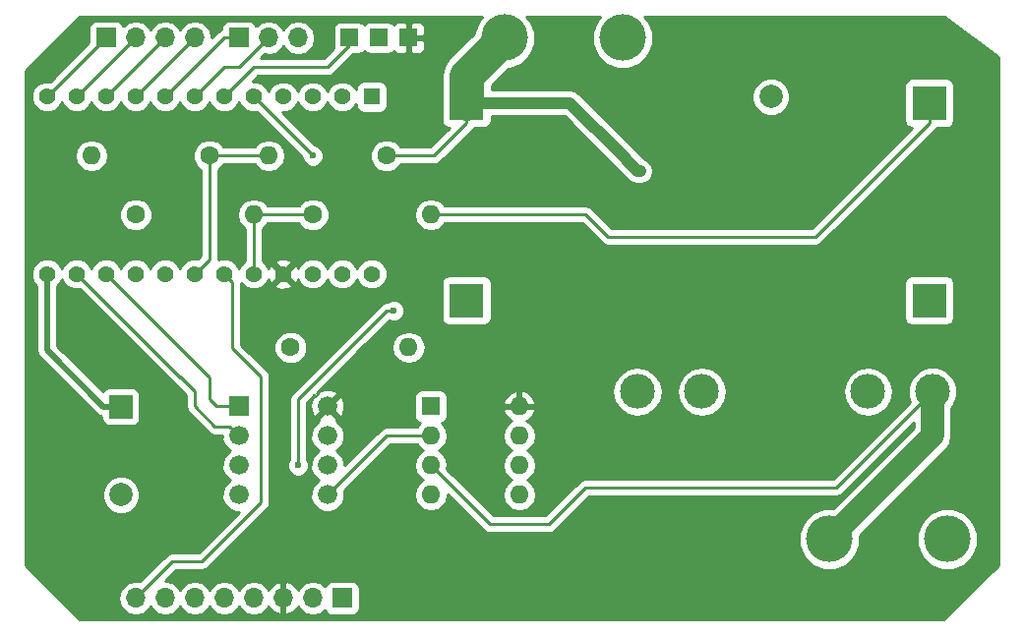
<source format=gbr>
%TF.GenerationSoftware,KiCad,Pcbnew,4.0.7*%
%TF.CreationDate,2017-12-18T22:12:30+01:00*%
%TF.ProjectId,LED,4C45442E6B696361645F706362000000,rev?*%
%TF.FileFunction,Copper,L1,Top,Signal*%
%FSLAX46Y46*%
G04 Gerber Fmt 4.6, Leading zero omitted, Abs format (unit mm)*
G04 Created by KiCad (PCBNEW 4.0.7) date Mon Dec 18 22:12:30 2017*
%MOMM*%
%LPD*%
G01*
G04 APERTURE LIST*
%ADD10C,0.100000*%
%ADD11C,3.000000*%
%ADD12O,3.000000X3.000000*%
%ADD13C,4.000500*%
%ADD14R,2.000000X2.000000*%
%ADD15C,2.000000*%
%ADD16R,3.000000X3.000000*%
%ADD17R,1.676400X1.676400*%
%ADD18C,1.676400*%
%ADD19R,1.700000X1.700000*%
%ADD20O,1.700000X1.700000*%
%ADD21C,1.600000*%
%ADD22O,1.600000X1.600000*%
%ADD23R,1.600000X1.600000*%
%ADD24R,1.425000X1.425000*%
%ADD25C,1.425000*%
%ADD26R,1.500000X1.500000*%
%ADD27C,0.600000*%
%ADD28C,0.250000*%
%ADD29C,1.000000*%
%ADD30C,3.000000*%
%ADD31C,0.500000*%
%ADD32C,2.000000*%
%ADD33C,0.254000*%
G04 APERTURE END LIST*
D10*
D11*
X172720000Y-97790000D03*
D12*
X167170000Y-97790000D03*
X152870000Y-97790000D03*
X147320000Y-97790000D03*
D13*
X135890000Y-67310000D03*
X146050000Y-67310000D03*
D14*
X102870000Y-99080000D03*
D15*
X102870000Y-106680000D03*
D13*
X163830000Y-110490000D03*
X173990000Y-110490000D03*
D16*
X132610000Y-72920000D03*
D15*
X158810000Y-72390000D03*
D16*
X172440000Y-72920000D03*
X132610000Y-89920000D03*
X172440000Y-89920000D03*
D17*
X113030000Y-99060000D03*
D18*
X113030000Y-101600000D03*
X113030000Y-104140000D03*
X113030000Y-106680000D03*
X120650000Y-106680000D03*
X120650000Y-104140000D03*
X120650000Y-101600000D03*
X120650000Y-99060000D03*
D19*
X101600000Y-67310000D03*
D20*
X104140000Y-67310000D03*
X106680000Y-67310000D03*
X109220000Y-67310000D03*
D19*
X113030000Y-67310000D03*
D20*
X115570000Y-67310000D03*
X118110000Y-67310000D03*
D19*
X121920000Y-115570000D03*
D20*
X119380000Y-115570000D03*
X116840000Y-115570000D03*
X114300000Y-115570000D03*
X111760000Y-115570000D03*
X109220000Y-115570000D03*
X106680000Y-115570000D03*
X104140000Y-115570000D03*
D21*
X117475000Y-93980000D03*
D22*
X127635000Y-93980000D03*
D21*
X125730000Y-77470000D03*
D22*
X115570000Y-77470000D03*
D21*
X110490000Y-77470000D03*
D22*
X100330000Y-77470000D03*
D21*
X119380000Y-82550000D03*
D22*
X129540000Y-82550000D03*
D21*
X104140000Y-82550000D03*
D22*
X114300000Y-82550000D03*
D23*
X129540000Y-99060000D03*
D22*
X137160000Y-106680000D03*
X129540000Y-101600000D03*
X137160000Y-104140000D03*
X129540000Y-104140000D03*
X137160000Y-101600000D03*
X129540000Y-106680000D03*
X137160000Y-99060000D03*
D24*
X124460000Y-72390000D03*
D25*
X121920000Y-72390000D03*
X119380000Y-72390000D03*
X116840000Y-72390000D03*
X114300000Y-72390000D03*
X111760000Y-72390000D03*
X109220000Y-72390000D03*
X106680000Y-72390000D03*
X104140000Y-72390000D03*
X101600000Y-72390000D03*
X99060000Y-72390000D03*
X96520000Y-72390000D03*
X96520000Y-87640000D03*
X99060000Y-87640000D03*
X101600000Y-87640000D03*
X104140000Y-87640000D03*
X106680000Y-87640000D03*
X109220000Y-87640000D03*
X111760000Y-87640000D03*
X114300000Y-87640000D03*
X116840000Y-87640000D03*
X119380000Y-87640000D03*
X121920000Y-87640000D03*
X124460000Y-87640000D03*
D26*
X122555000Y-67310000D03*
X125095000Y-67310000D03*
X127635000Y-67310000D03*
D27*
X146685000Y-78105000D03*
X146050000Y-77470000D03*
X147580000Y-78790000D03*
X125095000Y-67310000D03*
X152140000Y-78790000D03*
X153035000Y-78790000D03*
X154305000Y-78740000D03*
X119380000Y-77470000D03*
X126365000Y-90805000D03*
X118110000Y-104140000D03*
D28*
X125730000Y-77470000D02*
X129810000Y-77470000D01*
X129810000Y-77470000D02*
X132610000Y-74670000D01*
X132610000Y-74670000D02*
X132610000Y-72920000D01*
D29*
X146685000Y-78105000D02*
X146050000Y-77470000D01*
X147370000Y-78790000D02*
X146685000Y-78105000D01*
X147580000Y-78790000D02*
X147370000Y-78790000D01*
X141500000Y-72920000D02*
X146050000Y-77470000D01*
X132610000Y-72920000D02*
X141500000Y-72920000D01*
D30*
X135890000Y-67310000D02*
X132610000Y-70590000D01*
X132610000Y-70590000D02*
X132610000Y-72920000D01*
D31*
X102870000Y-99080000D02*
X101370000Y-99080000D01*
X101370000Y-99080000D02*
X96520000Y-94230000D01*
X96520000Y-94230000D02*
X96520000Y-88647627D01*
X96520000Y-88647627D02*
X96520000Y-87640000D01*
D28*
X139700000Y-109220000D02*
X134620000Y-109220000D01*
X134620000Y-109220000D02*
X129540000Y-104140000D01*
X142875000Y-106045000D02*
X139700000Y-109220000D01*
X164465000Y-106045000D02*
X142875000Y-106045000D01*
X172720000Y-97790000D02*
X164465000Y-106045000D01*
D32*
X172720000Y-97790000D02*
X172720000Y-101600000D01*
X172720000Y-101600000D02*
X163830000Y-110490000D01*
D28*
X129540000Y-82550000D02*
X142875000Y-82550000D01*
X142875000Y-82550000D02*
X144780000Y-84455000D01*
X144780000Y-84455000D02*
X162655000Y-84455000D01*
X162655000Y-84455000D02*
X172440000Y-74670000D01*
X172440000Y-74670000D02*
X172440000Y-72920000D01*
X110490000Y-98425000D02*
X110490000Y-96530000D01*
X110490000Y-96530000D02*
X101600000Y-87640000D01*
X111125000Y-99060000D02*
X110490000Y-98425000D01*
X113030000Y-99060000D02*
X111125000Y-99060000D01*
X113020000Y-99060000D02*
X113030000Y-99060000D01*
X109220000Y-97790000D02*
X107950000Y-96520000D01*
X109220000Y-99060000D02*
X109220000Y-97790000D01*
X110921801Y-100761801D02*
X109220000Y-99060000D01*
X113030000Y-101600000D02*
X112191801Y-100761801D01*
X112191801Y-100761801D02*
X110921801Y-100761801D01*
X99060000Y-87640000D02*
X107950000Y-96530000D01*
X120650000Y-106680000D02*
X125730000Y-101600000D01*
X125730000Y-101600000D02*
X129540000Y-101600000D01*
X119380000Y-77470000D02*
X114300000Y-72390000D01*
X125730000Y-90805000D02*
X126365000Y-90805000D01*
X118110000Y-98425000D02*
X125730000Y-90805000D01*
X118110000Y-104140000D02*
X118110000Y-98425000D01*
X122555000Y-67945000D02*
X122555000Y-66675000D01*
X120650000Y-69850000D02*
X122555000Y-67945000D01*
X111760000Y-72390000D02*
X114300000Y-69850000D01*
X114300000Y-69850000D02*
X120650000Y-69850000D01*
X111760000Y-69850000D02*
X113030000Y-69850000D01*
X113030000Y-69850000D02*
X115570000Y-67310000D01*
X109220000Y-72390000D02*
X111760000Y-69850000D01*
X106680000Y-72390000D02*
X111760000Y-67310000D01*
X111760000Y-67310000D02*
X113030000Y-67310000D01*
X104140000Y-72390000D02*
X109220000Y-67310000D01*
X101600000Y-72390000D02*
X106680000Y-67310000D01*
X99060000Y-72390000D02*
X104140000Y-67310000D01*
X96520000Y-72390000D02*
X101600000Y-67310000D01*
X110490000Y-77470000D02*
X110490000Y-86370000D01*
X110490000Y-86370000D02*
X109220000Y-87640000D01*
X115570000Y-77470000D02*
X110490000Y-77470000D01*
X109855000Y-112395000D02*
X107315000Y-112395000D01*
X107315000Y-112395000D02*
X104140000Y-115570000D01*
X114935000Y-107315000D02*
X109855000Y-112395000D01*
X114935000Y-96520000D02*
X114935000Y-107315000D01*
X112472499Y-94057499D02*
X114935000Y-96520000D01*
X111760000Y-87640000D02*
X112472499Y-88352499D01*
X112472499Y-88352499D02*
X112472499Y-94057499D01*
X114300000Y-87640000D02*
X114300000Y-82550000D01*
X119380000Y-82550000D02*
X118248630Y-82550000D01*
X118248630Y-82550000D02*
X114300000Y-82550000D01*
D33*
G36*
X133657246Y-65815302D02*
X133255208Y-66783517D01*
X133255084Y-66925570D01*
X131100327Y-69080327D01*
X130637517Y-69772971D01*
X130475000Y-70590000D01*
X130475000Y-71358569D01*
X130462560Y-71420000D01*
X130462560Y-74420000D01*
X130506838Y-74655317D01*
X130645910Y-74871441D01*
X130858110Y-75016431D01*
X131110000Y-75067440D01*
X131137758Y-75067440D01*
X129495198Y-76710000D01*
X126968646Y-76710000D01*
X126947243Y-76658200D01*
X126543923Y-76254176D01*
X126016691Y-76035250D01*
X125445813Y-76034752D01*
X124918200Y-76252757D01*
X124514176Y-76656077D01*
X124295250Y-77183309D01*
X124294752Y-77754187D01*
X124512757Y-78281800D01*
X124916077Y-78685824D01*
X125443309Y-78904750D01*
X126014187Y-78905248D01*
X126541800Y-78687243D01*
X126945824Y-78283923D01*
X126968215Y-78230000D01*
X129810000Y-78230000D01*
X130100839Y-78172148D01*
X130347401Y-78007401D01*
X133147401Y-75207401D01*
X133240920Y-75067440D01*
X134110000Y-75067440D01*
X134345317Y-75023162D01*
X134561441Y-74884090D01*
X134706431Y-74671890D01*
X134757440Y-74420000D01*
X134757440Y-74055000D01*
X141029868Y-74055000D01*
X146567434Y-79592566D01*
X146935654Y-79838603D01*
X147370000Y-79925000D01*
X147580000Y-79925000D01*
X148014346Y-79838603D01*
X148382566Y-79592566D01*
X148628603Y-79224346D01*
X148715000Y-78790000D01*
X148628603Y-78355654D01*
X148382566Y-77987434D01*
X148014346Y-77741397D01*
X147904724Y-77719592D01*
X142898927Y-72713795D01*
X157174716Y-72713795D01*
X157423106Y-73314943D01*
X157882637Y-73775278D01*
X158483352Y-74024716D01*
X159133795Y-74025284D01*
X159734943Y-73776894D01*
X160195278Y-73317363D01*
X160444716Y-72716648D01*
X160445284Y-72066205D01*
X160196894Y-71465057D01*
X159737363Y-71004722D01*
X159136648Y-70755284D01*
X158486205Y-70754716D01*
X157885057Y-71003106D01*
X157424722Y-71462637D01*
X157175284Y-72063352D01*
X157174716Y-72713795D01*
X142898927Y-72713795D01*
X142302566Y-72117434D01*
X142275985Y-72099673D01*
X141934346Y-71871397D01*
X141500000Y-71785000D01*
X134757440Y-71785000D01*
X134757440Y-71461906D01*
X136273760Y-69945586D01*
X136411884Y-69945707D01*
X137380799Y-69545359D01*
X138122754Y-68804698D01*
X138524792Y-67836483D01*
X138525707Y-66788116D01*
X138125359Y-65819201D01*
X137786750Y-65480000D01*
X144153134Y-65480000D01*
X143817246Y-65815302D01*
X143415208Y-66783517D01*
X143414293Y-67831884D01*
X143814641Y-68800799D01*
X144555302Y-69542754D01*
X145523517Y-69944792D01*
X146571884Y-69945707D01*
X147540799Y-69545359D01*
X148282754Y-68804698D01*
X148684792Y-67836483D01*
X148685707Y-66788116D01*
X148285359Y-65819201D01*
X147946750Y-65480000D01*
X173753333Y-65480000D01*
X178360000Y-68935000D01*
X178360000Y-112735908D01*
X173695908Y-117400000D01*
X99354092Y-117400000D01*
X94690000Y-112735908D01*
X94690000Y-107003795D01*
X101234716Y-107003795D01*
X101483106Y-107604943D01*
X101942637Y-108065278D01*
X102543352Y-108314716D01*
X103193795Y-108315284D01*
X103794943Y-108066894D01*
X104255278Y-107607363D01*
X104504716Y-107006648D01*
X104505284Y-106356205D01*
X104256894Y-105755057D01*
X103797363Y-105294722D01*
X103196648Y-105045284D01*
X102546205Y-105044716D01*
X101945057Y-105293106D01*
X101484722Y-105752637D01*
X101235284Y-106353352D01*
X101234716Y-107003795D01*
X94690000Y-107003795D01*
X94690000Y-87906858D01*
X95172267Y-87906858D01*
X95376979Y-88402300D01*
X95635000Y-88660772D01*
X95635000Y-94229995D01*
X95634999Y-94230000D01*
X95691190Y-94512484D01*
X95702367Y-94568675D01*
X95852872Y-94793923D01*
X95894210Y-94855790D01*
X100744208Y-99705787D01*
X100744210Y-99705790D01*
X101031325Y-99897633D01*
X101087516Y-99908810D01*
X101222560Y-99935673D01*
X101222560Y-100080000D01*
X101266838Y-100315317D01*
X101405910Y-100531441D01*
X101618110Y-100676431D01*
X101870000Y-100727440D01*
X103870000Y-100727440D01*
X104105317Y-100683162D01*
X104321441Y-100544090D01*
X104466431Y-100331890D01*
X104517440Y-100080000D01*
X104517440Y-98080000D01*
X104473162Y-97844683D01*
X104334090Y-97628559D01*
X104121890Y-97483569D01*
X103870000Y-97432560D01*
X101870000Y-97432560D01*
X101634683Y-97476838D01*
X101418559Y-97615910D01*
X101312586Y-97771007D01*
X97405000Y-93863420D01*
X97405000Y-88660535D01*
X97661689Y-88404294D01*
X97790062Y-88095136D01*
X97916979Y-88402300D01*
X98295706Y-88781689D01*
X98790790Y-88987265D01*
X99326858Y-88987733D01*
X99331155Y-88985957D01*
X107412599Y-97067401D01*
X107442736Y-97087538D01*
X108460000Y-98104802D01*
X108460000Y-99060000D01*
X108517852Y-99350839D01*
X108682599Y-99597401D01*
X110384400Y-101299202D01*
X110630962Y-101463949D01*
X110921801Y-101521801D01*
X111556868Y-101521801D01*
X111556545Y-101891752D01*
X111780353Y-102433411D01*
X112194409Y-102848190D01*
X112246392Y-102869775D01*
X112196589Y-102890353D01*
X111781810Y-103304409D01*
X111557056Y-103845677D01*
X111556545Y-104431752D01*
X111780353Y-104973411D01*
X112194409Y-105388190D01*
X112246392Y-105409775D01*
X112196589Y-105430353D01*
X111781810Y-105844409D01*
X111557056Y-106385677D01*
X111556545Y-106971752D01*
X111780353Y-107513411D01*
X112194409Y-107928190D01*
X112735677Y-108152944D01*
X113022004Y-108153194D01*
X109540198Y-111635000D01*
X107315000Y-111635000D01*
X107024161Y-111692852D01*
X106777599Y-111857599D01*
X104506408Y-114128790D01*
X104140000Y-114055907D01*
X103571715Y-114168946D01*
X103089946Y-114490853D01*
X102768039Y-114972622D01*
X102655000Y-115540907D01*
X102655000Y-115599093D01*
X102768039Y-116167378D01*
X103089946Y-116649147D01*
X103571715Y-116971054D01*
X104140000Y-117084093D01*
X104708285Y-116971054D01*
X105190054Y-116649147D01*
X105410000Y-116319974D01*
X105629946Y-116649147D01*
X106111715Y-116971054D01*
X106680000Y-117084093D01*
X107248285Y-116971054D01*
X107730054Y-116649147D01*
X107950000Y-116319974D01*
X108169946Y-116649147D01*
X108651715Y-116971054D01*
X109220000Y-117084093D01*
X109788285Y-116971054D01*
X110270054Y-116649147D01*
X110490000Y-116319974D01*
X110709946Y-116649147D01*
X111191715Y-116971054D01*
X111760000Y-117084093D01*
X112328285Y-116971054D01*
X112810054Y-116649147D01*
X113030000Y-116319974D01*
X113249946Y-116649147D01*
X113731715Y-116971054D01*
X114300000Y-117084093D01*
X114868285Y-116971054D01*
X115350054Y-116649147D01*
X115577702Y-116308447D01*
X115644817Y-116451358D01*
X116073076Y-116841645D01*
X116483110Y-117011476D01*
X116713000Y-116890155D01*
X116713000Y-115697000D01*
X116693000Y-115697000D01*
X116693000Y-115443000D01*
X116713000Y-115443000D01*
X116713000Y-114249845D01*
X116967000Y-114249845D01*
X116967000Y-115443000D01*
X116987000Y-115443000D01*
X116987000Y-115697000D01*
X116967000Y-115697000D01*
X116967000Y-116890155D01*
X117196890Y-117011476D01*
X117606924Y-116841645D01*
X118035183Y-116451358D01*
X118102298Y-116308447D01*
X118329946Y-116649147D01*
X118811715Y-116971054D01*
X119380000Y-117084093D01*
X119948285Y-116971054D01*
X120430054Y-116649147D01*
X120457850Y-116607548D01*
X120466838Y-116655317D01*
X120605910Y-116871441D01*
X120818110Y-117016431D01*
X121070000Y-117067440D01*
X122770000Y-117067440D01*
X123005317Y-117023162D01*
X123221441Y-116884090D01*
X123366431Y-116671890D01*
X123417440Y-116420000D01*
X123417440Y-114720000D01*
X123373162Y-114484683D01*
X123234090Y-114268559D01*
X123021890Y-114123569D01*
X122770000Y-114072560D01*
X121070000Y-114072560D01*
X120834683Y-114116838D01*
X120618559Y-114255910D01*
X120473569Y-114468110D01*
X120459914Y-114535541D01*
X120430054Y-114490853D01*
X119948285Y-114168946D01*
X119380000Y-114055907D01*
X118811715Y-114168946D01*
X118329946Y-114490853D01*
X118102298Y-114831553D01*
X118035183Y-114688642D01*
X117606924Y-114298355D01*
X117196890Y-114128524D01*
X116967000Y-114249845D01*
X116713000Y-114249845D01*
X116483110Y-114128524D01*
X116073076Y-114298355D01*
X115644817Y-114688642D01*
X115577702Y-114831553D01*
X115350054Y-114490853D01*
X114868285Y-114168946D01*
X114300000Y-114055907D01*
X113731715Y-114168946D01*
X113249946Y-114490853D01*
X113030000Y-114820026D01*
X112810054Y-114490853D01*
X112328285Y-114168946D01*
X111760000Y-114055907D01*
X111191715Y-114168946D01*
X110709946Y-114490853D01*
X110490000Y-114820026D01*
X110270054Y-114490853D01*
X109788285Y-114168946D01*
X109220000Y-114055907D01*
X108651715Y-114168946D01*
X108169946Y-114490853D01*
X107950000Y-114820026D01*
X107730054Y-114490853D01*
X107248285Y-114168946D01*
X106720783Y-114064019D01*
X107629802Y-113155000D01*
X109855000Y-113155000D01*
X110145839Y-113097148D01*
X110392401Y-112932401D01*
X115472401Y-107852401D01*
X115637148Y-107605839D01*
X115695000Y-107315000D01*
X115695000Y-104325167D01*
X117174838Y-104325167D01*
X117316883Y-104668943D01*
X117579673Y-104932192D01*
X117923201Y-105074838D01*
X118295167Y-105075162D01*
X118638943Y-104933117D01*
X118902192Y-104670327D01*
X119044838Y-104326799D01*
X119045162Y-103954833D01*
X118903117Y-103611057D01*
X118870000Y-103577882D01*
X118870000Y-101891752D01*
X119176545Y-101891752D01*
X119400353Y-102433411D01*
X119814409Y-102848190D01*
X119866392Y-102869775D01*
X119816589Y-102890353D01*
X119401810Y-103304409D01*
X119177056Y-103845677D01*
X119176545Y-104431752D01*
X119400353Y-104973411D01*
X119814409Y-105388190D01*
X119866392Y-105409775D01*
X119816589Y-105430353D01*
X119401810Y-105844409D01*
X119177056Y-106385677D01*
X119176545Y-106971752D01*
X119400353Y-107513411D01*
X119814409Y-107928190D01*
X120355677Y-108152944D01*
X120941752Y-108153455D01*
X121483411Y-107929647D01*
X121898190Y-107515591D01*
X122122944Y-106974323D01*
X122123455Y-106388248D01*
X122092199Y-106312603D01*
X126044802Y-102360000D01*
X128327005Y-102360000D01*
X128497189Y-102614698D01*
X128879275Y-102870000D01*
X128497189Y-103125302D01*
X128186120Y-103590849D01*
X128076887Y-104140000D01*
X128186120Y-104689151D01*
X128497189Y-105154698D01*
X128879275Y-105410000D01*
X128497189Y-105665302D01*
X128186120Y-106130849D01*
X128076887Y-106680000D01*
X128186120Y-107229151D01*
X128497189Y-107694698D01*
X128962736Y-108005767D01*
X129511887Y-108115000D01*
X129568113Y-108115000D01*
X130117264Y-108005767D01*
X130582811Y-107694698D01*
X130893880Y-107229151D01*
X131003113Y-106680000D01*
X131002595Y-106677397D01*
X134082599Y-109757401D01*
X134329161Y-109922148D01*
X134620000Y-109980000D01*
X139700000Y-109980000D01*
X139990839Y-109922148D01*
X140237401Y-109757401D01*
X143189802Y-106805000D01*
X164465000Y-106805000D01*
X164755839Y-106747148D01*
X165002401Y-106582401D01*
X171085000Y-100499802D01*
X171085000Y-100922761D01*
X164152730Y-107855030D01*
X163308116Y-107854293D01*
X162339201Y-108254641D01*
X161597246Y-108995302D01*
X161195208Y-109963517D01*
X161194293Y-111011884D01*
X161594641Y-111980799D01*
X162335302Y-112722754D01*
X163303517Y-113124792D01*
X164351884Y-113125707D01*
X165320799Y-112725359D01*
X166062754Y-111984698D01*
X166464792Y-111016483D01*
X166464796Y-111011884D01*
X171354293Y-111011884D01*
X171754641Y-111980799D01*
X172495302Y-112722754D01*
X173463517Y-113124792D01*
X174511884Y-113125707D01*
X175480799Y-112725359D01*
X176222754Y-111984698D01*
X176624792Y-111016483D01*
X176625707Y-109968116D01*
X176225359Y-108999201D01*
X175484698Y-108257246D01*
X174516483Y-107855208D01*
X173468116Y-107854293D01*
X172499201Y-108254641D01*
X171757246Y-108995302D01*
X171355208Y-109963517D01*
X171354293Y-111011884D01*
X166464796Y-111011884D01*
X166465534Y-110166706D01*
X173876117Y-102756122D01*
X173876120Y-102756120D01*
X174230543Y-102225687D01*
X174248104Y-102137401D01*
X174355001Y-101600000D01*
X174355000Y-101599995D01*
X174355000Y-99174565D01*
X174528909Y-99000959D01*
X174854628Y-98216541D01*
X174855370Y-97367185D01*
X174531020Y-96582200D01*
X173930959Y-95981091D01*
X173146541Y-95655372D01*
X172297185Y-95654630D01*
X171512200Y-95978980D01*
X170911091Y-96579041D01*
X170585372Y-97363459D01*
X170584630Y-98212815D01*
X170771098Y-98664100D01*
X164150198Y-105285000D01*
X142875000Y-105285000D01*
X142584161Y-105342852D01*
X142337599Y-105507599D01*
X139385198Y-108460000D01*
X134934802Y-108460000D01*
X130938688Y-104463886D01*
X131003113Y-104140000D01*
X130893880Y-103590849D01*
X130582811Y-103125302D01*
X130200725Y-102870000D01*
X130582811Y-102614698D01*
X130893880Y-102149151D01*
X131003113Y-101600000D01*
X135696887Y-101600000D01*
X135806120Y-102149151D01*
X136117189Y-102614698D01*
X136499275Y-102870000D01*
X136117189Y-103125302D01*
X135806120Y-103590849D01*
X135696887Y-104140000D01*
X135806120Y-104689151D01*
X136117189Y-105154698D01*
X136499275Y-105410000D01*
X136117189Y-105665302D01*
X135806120Y-106130849D01*
X135696887Y-106680000D01*
X135806120Y-107229151D01*
X136117189Y-107694698D01*
X136582736Y-108005767D01*
X137131887Y-108115000D01*
X137188113Y-108115000D01*
X137737264Y-108005767D01*
X138202811Y-107694698D01*
X138513880Y-107229151D01*
X138623113Y-106680000D01*
X138513880Y-106130849D01*
X138202811Y-105665302D01*
X137820725Y-105410000D01*
X138202811Y-105154698D01*
X138513880Y-104689151D01*
X138623113Y-104140000D01*
X138513880Y-103590849D01*
X138202811Y-103125302D01*
X137820725Y-102870000D01*
X138202811Y-102614698D01*
X138513880Y-102149151D01*
X138623113Y-101600000D01*
X138513880Y-101050849D01*
X138202811Y-100585302D01*
X137798297Y-100315014D01*
X138015134Y-100212389D01*
X138391041Y-99797423D01*
X138551904Y-99409039D01*
X138429915Y-99187000D01*
X137287000Y-99187000D01*
X137287000Y-99207000D01*
X137033000Y-99207000D01*
X137033000Y-99187000D01*
X135890085Y-99187000D01*
X135768096Y-99409039D01*
X135928959Y-99797423D01*
X136304866Y-100212389D01*
X136521703Y-100315014D01*
X136117189Y-100585302D01*
X135806120Y-101050849D01*
X135696887Y-101600000D01*
X131003113Y-101600000D01*
X130893880Y-101050849D01*
X130582811Y-100585302D01*
X130438535Y-100488899D01*
X130575317Y-100463162D01*
X130791441Y-100324090D01*
X130936431Y-100111890D01*
X130987440Y-99860000D01*
X130987440Y-98710961D01*
X135768096Y-98710961D01*
X135890085Y-98933000D01*
X137033000Y-98933000D01*
X137033000Y-97789371D01*
X137287000Y-97789371D01*
X137287000Y-98933000D01*
X138429915Y-98933000D01*
X138551904Y-98710961D01*
X138391041Y-98322577D01*
X138015134Y-97907611D01*
X137766634Y-97790000D01*
X145143173Y-97790000D01*
X145305690Y-98607029D01*
X145768500Y-99299673D01*
X146461144Y-99762483D01*
X147278173Y-99925000D01*
X147361827Y-99925000D01*
X148178856Y-99762483D01*
X148871500Y-99299673D01*
X149334310Y-98607029D01*
X149496827Y-97790000D01*
X150693173Y-97790000D01*
X150855690Y-98607029D01*
X151318500Y-99299673D01*
X152011144Y-99762483D01*
X152828173Y-99925000D01*
X152911827Y-99925000D01*
X153728856Y-99762483D01*
X154421500Y-99299673D01*
X154884310Y-98607029D01*
X155046827Y-97790000D01*
X164993173Y-97790000D01*
X165155690Y-98607029D01*
X165618500Y-99299673D01*
X166311144Y-99762483D01*
X167128173Y-99925000D01*
X167211827Y-99925000D01*
X168028856Y-99762483D01*
X168721500Y-99299673D01*
X169184310Y-98607029D01*
X169346827Y-97790000D01*
X169184310Y-96972971D01*
X168721500Y-96280327D01*
X168028856Y-95817517D01*
X167211827Y-95655000D01*
X167128173Y-95655000D01*
X166311144Y-95817517D01*
X165618500Y-96280327D01*
X165155690Y-96972971D01*
X164993173Y-97790000D01*
X155046827Y-97790000D01*
X154884310Y-96972971D01*
X154421500Y-96280327D01*
X153728856Y-95817517D01*
X152911827Y-95655000D01*
X152828173Y-95655000D01*
X152011144Y-95817517D01*
X151318500Y-96280327D01*
X150855690Y-96972971D01*
X150693173Y-97790000D01*
X149496827Y-97790000D01*
X149334310Y-96972971D01*
X148871500Y-96280327D01*
X148178856Y-95817517D01*
X147361827Y-95655000D01*
X147278173Y-95655000D01*
X146461144Y-95817517D01*
X145768500Y-96280327D01*
X145305690Y-96972971D01*
X145143173Y-97790000D01*
X137766634Y-97790000D01*
X137509041Y-97668086D01*
X137287000Y-97789371D01*
X137033000Y-97789371D01*
X136810959Y-97668086D01*
X136304866Y-97907611D01*
X135928959Y-98322577D01*
X135768096Y-98710961D01*
X130987440Y-98710961D01*
X130987440Y-98260000D01*
X130943162Y-98024683D01*
X130804090Y-97808559D01*
X130591890Y-97663569D01*
X130340000Y-97612560D01*
X128740000Y-97612560D01*
X128504683Y-97656838D01*
X128288559Y-97795910D01*
X128143569Y-98008110D01*
X128092560Y-98260000D01*
X128092560Y-99860000D01*
X128136838Y-100095317D01*
X128275910Y-100311441D01*
X128488110Y-100456431D01*
X128643089Y-100487815D01*
X128497189Y-100585302D01*
X128327005Y-100840000D01*
X125730000Y-100840000D01*
X125439161Y-100897852D01*
X125192599Y-101062599D01*
X122123208Y-104131990D01*
X122123455Y-103848248D01*
X121899647Y-103306589D01*
X121485591Y-102891810D01*
X121433608Y-102870225D01*
X121483411Y-102849647D01*
X121898190Y-102435591D01*
X122122944Y-101894323D01*
X122123455Y-101308248D01*
X121899647Y-100766589D01*
X121485591Y-100351810D01*
X121432005Y-100329559D01*
X121505808Y-100095413D01*
X120650000Y-99239605D01*
X119794192Y-100095413D01*
X119867871Y-100329164D01*
X119816589Y-100350353D01*
X119401810Y-100764409D01*
X119177056Y-101305677D01*
X119176545Y-101891752D01*
X118870000Y-101891752D01*
X118870000Y-98739802D01*
X119510097Y-98099705D01*
X119614585Y-98204193D01*
X119364510Y-98283017D01*
X119165023Y-98834097D01*
X119191611Y-99419569D01*
X119364510Y-99836983D01*
X119614587Y-99915808D01*
X120470395Y-99060000D01*
X120829605Y-99060000D01*
X121685413Y-99915808D01*
X121935490Y-99836983D01*
X122134977Y-99285903D01*
X122108389Y-98700431D01*
X121935490Y-98283017D01*
X121685413Y-98204192D01*
X120829605Y-99060000D01*
X120470395Y-99060000D01*
X120456253Y-99045858D01*
X120635858Y-98866253D01*
X120650000Y-98880395D01*
X121505808Y-98024587D01*
X121426983Y-97774510D01*
X120875903Y-97575023D01*
X120290431Y-97601611D01*
X119873017Y-97774510D01*
X119794193Y-98024585D01*
X119689705Y-97920097D01*
X123629802Y-93980000D01*
X126171887Y-93980000D01*
X126281120Y-94529151D01*
X126592189Y-94994698D01*
X127057736Y-95305767D01*
X127606887Y-95415000D01*
X127663113Y-95415000D01*
X128212264Y-95305767D01*
X128677811Y-94994698D01*
X128988880Y-94529151D01*
X129098113Y-93980000D01*
X128988880Y-93430849D01*
X128677811Y-92965302D01*
X128212264Y-92654233D01*
X127663113Y-92545000D01*
X127606887Y-92545000D01*
X127057736Y-92654233D01*
X126592189Y-92965302D01*
X126281120Y-93430849D01*
X126171887Y-93980000D01*
X123629802Y-93980000D01*
X125960402Y-91649400D01*
X126178201Y-91739838D01*
X126550167Y-91740162D01*
X126893943Y-91598117D01*
X127157192Y-91335327D01*
X127299838Y-90991799D01*
X127300162Y-90619833D01*
X127158117Y-90276057D01*
X126895327Y-90012808D01*
X126551799Y-89870162D01*
X126179833Y-89869838D01*
X125836057Y-90011883D01*
X125802882Y-90045000D01*
X125730000Y-90045000D01*
X125439160Y-90102852D01*
X125192599Y-90267599D01*
X117572599Y-97887599D01*
X117407852Y-98134161D01*
X117350000Y-98425000D01*
X117350000Y-103577537D01*
X117317808Y-103609673D01*
X117175162Y-103953201D01*
X117174838Y-104325167D01*
X115695000Y-104325167D01*
X115695000Y-96520000D01*
X115637148Y-96229161D01*
X115637148Y-96229160D01*
X115472401Y-95982599D01*
X113753989Y-94264187D01*
X116039752Y-94264187D01*
X116257757Y-94791800D01*
X116661077Y-95195824D01*
X117188309Y-95414750D01*
X117759187Y-95415248D01*
X118286800Y-95197243D01*
X118690824Y-94793923D01*
X118909750Y-94266691D01*
X118910248Y-93695813D01*
X118692243Y-93168200D01*
X118288923Y-92764176D01*
X117761691Y-92545250D01*
X117190813Y-92544752D01*
X116663200Y-92762757D01*
X116259176Y-93166077D01*
X116040250Y-93693309D01*
X116039752Y-94264187D01*
X113753989Y-94264187D01*
X113232499Y-93742697D01*
X113232499Y-88477952D01*
X113535706Y-88781689D01*
X114030790Y-88987265D01*
X114566858Y-88987733D01*
X115062300Y-88783021D01*
X115261331Y-88584337D01*
X116075268Y-88584337D01*
X116138645Y-88821397D01*
X116644134Y-88999866D01*
X117179442Y-88971307D01*
X117541355Y-88821397D01*
X117604732Y-88584337D01*
X116840000Y-87819605D01*
X116075268Y-88584337D01*
X115261331Y-88584337D01*
X115441689Y-88404294D01*
X115563330Y-88111348D01*
X115658603Y-88341355D01*
X115895663Y-88404732D01*
X116660395Y-87640000D01*
X117019605Y-87640000D01*
X117784337Y-88404732D01*
X118021397Y-88341355D01*
X118109127Y-88092873D01*
X118236979Y-88402300D01*
X118615706Y-88781689D01*
X119110790Y-88987265D01*
X119646858Y-88987733D01*
X120142300Y-88783021D01*
X120521689Y-88404294D01*
X120650062Y-88095136D01*
X120776979Y-88402300D01*
X121155706Y-88781689D01*
X121650790Y-88987265D01*
X122186858Y-88987733D01*
X122682300Y-88783021D01*
X123061689Y-88404294D01*
X123190062Y-88095136D01*
X123316979Y-88402300D01*
X123695706Y-88781689D01*
X124190790Y-88987265D01*
X124726858Y-88987733D01*
X125222300Y-88783021D01*
X125585955Y-88420000D01*
X130462560Y-88420000D01*
X130462560Y-91420000D01*
X130506838Y-91655317D01*
X130645910Y-91871441D01*
X130858110Y-92016431D01*
X131110000Y-92067440D01*
X134110000Y-92067440D01*
X134345317Y-92023162D01*
X134561441Y-91884090D01*
X134706431Y-91671890D01*
X134757440Y-91420000D01*
X134757440Y-88420000D01*
X170292560Y-88420000D01*
X170292560Y-91420000D01*
X170336838Y-91655317D01*
X170475910Y-91871441D01*
X170688110Y-92016431D01*
X170940000Y-92067440D01*
X173940000Y-92067440D01*
X174175317Y-92023162D01*
X174391441Y-91884090D01*
X174536431Y-91671890D01*
X174587440Y-91420000D01*
X174587440Y-88420000D01*
X174543162Y-88184683D01*
X174404090Y-87968559D01*
X174191890Y-87823569D01*
X173940000Y-87772560D01*
X170940000Y-87772560D01*
X170704683Y-87816838D01*
X170488559Y-87955910D01*
X170343569Y-88168110D01*
X170292560Y-88420000D01*
X134757440Y-88420000D01*
X134713162Y-88184683D01*
X134574090Y-87968559D01*
X134361890Y-87823569D01*
X134110000Y-87772560D01*
X131110000Y-87772560D01*
X130874683Y-87816838D01*
X130658559Y-87955910D01*
X130513569Y-88168110D01*
X130462560Y-88420000D01*
X125585955Y-88420000D01*
X125601689Y-88404294D01*
X125807265Y-87909210D01*
X125807733Y-87373142D01*
X125603021Y-86877700D01*
X125224294Y-86498311D01*
X124729210Y-86292735D01*
X124193142Y-86292267D01*
X123697700Y-86496979D01*
X123318311Y-86875706D01*
X123189938Y-87184864D01*
X123063021Y-86877700D01*
X122684294Y-86498311D01*
X122189210Y-86292735D01*
X121653142Y-86292267D01*
X121157700Y-86496979D01*
X120778311Y-86875706D01*
X120649938Y-87184864D01*
X120523021Y-86877700D01*
X120144294Y-86498311D01*
X119649210Y-86292735D01*
X119113142Y-86292267D01*
X118617700Y-86496979D01*
X118238311Y-86875706D01*
X118116670Y-87168652D01*
X118021397Y-86938645D01*
X117784337Y-86875268D01*
X117019605Y-87640000D01*
X116660395Y-87640000D01*
X115895663Y-86875268D01*
X115658603Y-86938645D01*
X115570873Y-87187127D01*
X115443021Y-86877700D01*
X115261302Y-86695663D01*
X116075268Y-86695663D01*
X116840000Y-87460395D01*
X117604732Y-86695663D01*
X117541355Y-86458603D01*
X117035866Y-86280134D01*
X116500558Y-86308693D01*
X116138645Y-86458603D01*
X116075268Y-86695663D01*
X115261302Y-86695663D01*
X115064294Y-86498311D01*
X115060000Y-86496528D01*
X115060000Y-83753667D01*
X115342811Y-83564698D01*
X115512995Y-83310000D01*
X118141354Y-83310000D01*
X118162757Y-83361800D01*
X118566077Y-83765824D01*
X119093309Y-83984750D01*
X119664187Y-83985248D01*
X120191800Y-83767243D01*
X120595824Y-83363923D01*
X120814750Y-82836691D01*
X120815000Y-82550000D01*
X128076887Y-82550000D01*
X128186120Y-83099151D01*
X128497189Y-83564698D01*
X128962736Y-83875767D01*
X129511887Y-83985000D01*
X129568113Y-83985000D01*
X130117264Y-83875767D01*
X130582811Y-83564698D01*
X130752995Y-83310000D01*
X142560198Y-83310000D01*
X144242599Y-84992401D01*
X144489161Y-85157148D01*
X144780000Y-85215000D01*
X162655000Y-85215000D01*
X162945839Y-85157148D01*
X163192401Y-84992401D01*
X172977401Y-75207401D01*
X173070920Y-75067440D01*
X173940000Y-75067440D01*
X174175317Y-75023162D01*
X174391441Y-74884090D01*
X174536431Y-74671890D01*
X174587440Y-74420000D01*
X174587440Y-71420000D01*
X174543162Y-71184683D01*
X174404090Y-70968559D01*
X174191890Y-70823569D01*
X173940000Y-70772560D01*
X170940000Y-70772560D01*
X170704683Y-70816838D01*
X170488559Y-70955910D01*
X170343569Y-71168110D01*
X170292560Y-71420000D01*
X170292560Y-74420000D01*
X170336838Y-74655317D01*
X170475910Y-74871441D01*
X170688110Y-75016431D01*
X170940000Y-75067440D01*
X170967758Y-75067440D01*
X162340198Y-83695000D01*
X145094802Y-83695000D01*
X143412401Y-82012599D01*
X143165839Y-81847852D01*
X142875000Y-81790000D01*
X130752995Y-81790000D01*
X130582811Y-81535302D01*
X130117264Y-81224233D01*
X129568113Y-81115000D01*
X129511887Y-81115000D01*
X128962736Y-81224233D01*
X128497189Y-81535302D01*
X128186120Y-82000849D01*
X128076887Y-82550000D01*
X120815000Y-82550000D01*
X120815248Y-82265813D01*
X120597243Y-81738200D01*
X120193923Y-81334176D01*
X119666691Y-81115250D01*
X119095813Y-81114752D01*
X118568200Y-81332757D01*
X118164176Y-81736077D01*
X118141785Y-81790000D01*
X115512995Y-81790000D01*
X115342811Y-81535302D01*
X114877264Y-81224233D01*
X114328113Y-81115000D01*
X114271887Y-81115000D01*
X113722736Y-81224233D01*
X113257189Y-81535302D01*
X112946120Y-82000849D01*
X112836887Y-82550000D01*
X112946120Y-83099151D01*
X113257189Y-83564698D01*
X113540000Y-83753667D01*
X113540000Y-86496029D01*
X113537700Y-86496979D01*
X113158311Y-86875706D01*
X113029938Y-87184864D01*
X112903021Y-86877700D01*
X112524294Y-86498311D01*
X112029210Y-86292735D01*
X111493142Y-86292267D01*
X111245074Y-86394767D01*
X111250000Y-86370000D01*
X111250000Y-78708646D01*
X111301800Y-78687243D01*
X111705824Y-78283923D01*
X111728215Y-78230000D01*
X114357005Y-78230000D01*
X114527189Y-78484698D01*
X114992736Y-78795767D01*
X115541887Y-78905000D01*
X115598113Y-78905000D01*
X116147264Y-78795767D01*
X116612811Y-78484698D01*
X116923880Y-78019151D01*
X117033113Y-77470000D01*
X116923880Y-76920849D01*
X116612811Y-76455302D01*
X116147264Y-76144233D01*
X115598113Y-76035000D01*
X115541887Y-76035000D01*
X114992736Y-76144233D01*
X114527189Y-76455302D01*
X114357005Y-76710000D01*
X111728646Y-76710000D01*
X111707243Y-76658200D01*
X111303923Y-76254176D01*
X110776691Y-76035250D01*
X110205813Y-76034752D01*
X109678200Y-76252757D01*
X109274176Y-76656077D01*
X109055250Y-77183309D01*
X109054752Y-77754187D01*
X109272757Y-78281800D01*
X109676077Y-78685824D01*
X109730000Y-78708215D01*
X109730000Y-86055198D01*
X109491509Y-86293689D01*
X109489210Y-86292735D01*
X108953142Y-86292267D01*
X108457700Y-86496979D01*
X108078311Y-86875706D01*
X107949938Y-87184864D01*
X107823021Y-86877700D01*
X107444294Y-86498311D01*
X106949210Y-86292735D01*
X106413142Y-86292267D01*
X105917700Y-86496979D01*
X105538311Y-86875706D01*
X105409938Y-87184864D01*
X105283021Y-86877700D01*
X104904294Y-86498311D01*
X104409210Y-86292735D01*
X103873142Y-86292267D01*
X103377700Y-86496979D01*
X102998311Y-86875706D01*
X102869938Y-87184864D01*
X102743021Y-86877700D01*
X102364294Y-86498311D01*
X101869210Y-86292735D01*
X101333142Y-86292267D01*
X100837700Y-86496979D01*
X100458311Y-86875706D01*
X100329938Y-87184864D01*
X100203021Y-86877700D01*
X99824294Y-86498311D01*
X99329210Y-86292735D01*
X98793142Y-86292267D01*
X98297700Y-86496979D01*
X97918311Y-86875706D01*
X97789938Y-87184864D01*
X97663021Y-86877700D01*
X97284294Y-86498311D01*
X96789210Y-86292735D01*
X96253142Y-86292267D01*
X95757700Y-86496979D01*
X95378311Y-86875706D01*
X95172735Y-87370790D01*
X95172267Y-87906858D01*
X94690000Y-87906858D01*
X94690000Y-82834187D01*
X102704752Y-82834187D01*
X102922757Y-83361800D01*
X103326077Y-83765824D01*
X103853309Y-83984750D01*
X104424187Y-83985248D01*
X104951800Y-83767243D01*
X105355824Y-83363923D01*
X105574750Y-82836691D01*
X105575248Y-82265813D01*
X105357243Y-81738200D01*
X104953923Y-81334176D01*
X104426691Y-81115250D01*
X103855813Y-81114752D01*
X103328200Y-81332757D01*
X102924176Y-81736077D01*
X102705250Y-82263309D01*
X102704752Y-82834187D01*
X94690000Y-82834187D01*
X94690000Y-77470000D01*
X98866887Y-77470000D01*
X98976120Y-78019151D01*
X99287189Y-78484698D01*
X99752736Y-78795767D01*
X100301887Y-78905000D01*
X100358113Y-78905000D01*
X100907264Y-78795767D01*
X101372811Y-78484698D01*
X101683880Y-78019151D01*
X101793113Y-77470000D01*
X101683880Y-76920849D01*
X101372811Y-76455302D01*
X100907264Y-76144233D01*
X100358113Y-76035000D01*
X100301887Y-76035000D01*
X99752736Y-76144233D01*
X99287189Y-76455302D01*
X98976120Y-76920849D01*
X98866887Y-77470000D01*
X94690000Y-77470000D01*
X94690000Y-72656858D01*
X95172267Y-72656858D01*
X95376979Y-73152300D01*
X95755706Y-73531689D01*
X96250790Y-73737265D01*
X96786858Y-73737733D01*
X97282300Y-73533021D01*
X97661689Y-73154294D01*
X97790062Y-72845136D01*
X97916979Y-73152300D01*
X98295706Y-73531689D01*
X98790790Y-73737265D01*
X99326858Y-73737733D01*
X99822300Y-73533021D01*
X100201689Y-73154294D01*
X100330062Y-72845136D01*
X100456979Y-73152300D01*
X100835706Y-73531689D01*
X101330790Y-73737265D01*
X101866858Y-73737733D01*
X102362300Y-73533021D01*
X102741689Y-73154294D01*
X102870062Y-72845136D01*
X102996979Y-73152300D01*
X103375706Y-73531689D01*
X103870790Y-73737265D01*
X104406858Y-73737733D01*
X104902300Y-73533021D01*
X105281689Y-73154294D01*
X105410062Y-72845136D01*
X105536979Y-73152300D01*
X105915706Y-73531689D01*
X106410790Y-73737265D01*
X106946858Y-73737733D01*
X107442300Y-73533021D01*
X107821689Y-73154294D01*
X107950062Y-72845136D01*
X108076979Y-73152300D01*
X108455706Y-73531689D01*
X108950790Y-73737265D01*
X109486858Y-73737733D01*
X109982300Y-73533021D01*
X110361689Y-73154294D01*
X110490062Y-72845136D01*
X110616979Y-73152300D01*
X110995706Y-73531689D01*
X111490790Y-73737265D01*
X112026858Y-73737733D01*
X112522300Y-73533021D01*
X112901689Y-73154294D01*
X113030062Y-72845136D01*
X113156979Y-73152300D01*
X113535706Y-73531689D01*
X114030790Y-73737265D01*
X114566858Y-73737733D01*
X114571155Y-73735957D01*
X118444878Y-77609680D01*
X118444838Y-77655167D01*
X118586883Y-77998943D01*
X118849673Y-78262192D01*
X119193201Y-78404838D01*
X119565167Y-78405162D01*
X119908943Y-78263117D01*
X120172192Y-78000327D01*
X120314838Y-77656799D01*
X120315162Y-77284833D01*
X120173117Y-76941057D01*
X119910327Y-76677808D01*
X119566799Y-76535162D01*
X119519923Y-76535121D01*
X116722199Y-73737397D01*
X117106858Y-73737733D01*
X117602300Y-73533021D01*
X117981689Y-73154294D01*
X118110062Y-72845136D01*
X118236979Y-73152300D01*
X118615706Y-73531689D01*
X119110790Y-73737265D01*
X119646858Y-73737733D01*
X120142300Y-73533021D01*
X120521689Y-73154294D01*
X120650062Y-72845136D01*
X120776979Y-73152300D01*
X121155706Y-73531689D01*
X121650790Y-73737265D01*
X122186858Y-73737733D01*
X122682300Y-73533021D01*
X123061689Y-73154294D01*
X123100060Y-73061886D01*
X123100060Y-73102500D01*
X123144338Y-73337817D01*
X123283410Y-73553941D01*
X123495610Y-73698931D01*
X123747500Y-73749940D01*
X125172500Y-73749940D01*
X125407817Y-73705662D01*
X125623941Y-73566590D01*
X125768931Y-73354390D01*
X125819940Y-73102500D01*
X125819940Y-71677500D01*
X125775662Y-71442183D01*
X125636590Y-71226059D01*
X125424390Y-71081069D01*
X125172500Y-71030060D01*
X123747500Y-71030060D01*
X123512183Y-71074338D01*
X123296059Y-71213410D01*
X123151069Y-71425610D01*
X123100060Y-71677500D01*
X123100060Y-71717341D01*
X123063021Y-71627700D01*
X122684294Y-71248311D01*
X122189210Y-71042735D01*
X121653142Y-71042267D01*
X121157700Y-71246979D01*
X120778311Y-71625706D01*
X120649938Y-71934864D01*
X120523021Y-71627700D01*
X120144294Y-71248311D01*
X119649210Y-71042735D01*
X119113142Y-71042267D01*
X118617700Y-71246979D01*
X118238311Y-71625706D01*
X118109938Y-71934864D01*
X117983021Y-71627700D01*
X117604294Y-71248311D01*
X117109210Y-71042735D01*
X116573142Y-71042267D01*
X116077700Y-71246979D01*
X115698311Y-71625706D01*
X115569938Y-71934864D01*
X115443021Y-71627700D01*
X115064294Y-71248311D01*
X114569210Y-71042735D01*
X114182405Y-71042397D01*
X114614802Y-70610000D01*
X120650000Y-70610000D01*
X120940839Y-70552148D01*
X121187401Y-70387401D01*
X122867362Y-68707440D01*
X123305000Y-68707440D01*
X123540317Y-68663162D01*
X123756441Y-68524090D01*
X123824734Y-68424140D01*
X123880910Y-68511441D01*
X124093110Y-68656431D01*
X124345000Y-68707440D01*
X125845000Y-68707440D01*
X126080317Y-68663162D01*
X126296441Y-68524090D01*
X126359205Y-68432231D01*
X126525302Y-68598327D01*
X126758691Y-68695000D01*
X127349250Y-68695000D01*
X127508000Y-68536250D01*
X127508000Y-67437000D01*
X127762000Y-67437000D01*
X127762000Y-68536250D01*
X127920750Y-68695000D01*
X128511309Y-68695000D01*
X128744698Y-68598327D01*
X128923327Y-68419699D01*
X129020000Y-68186310D01*
X129020000Y-67595750D01*
X128861250Y-67437000D01*
X127762000Y-67437000D01*
X127508000Y-67437000D01*
X127488000Y-67437000D01*
X127488000Y-67183000D01*
X127508000Y-67183000D01*
X127508000Y-66083750D01*
X127762000Y-66083750D01*
X127762000Y-67183000D01*
X128861250Y-67183000D01*
X129020000Y-67024250D01*
X129020000Y-66433690D01*
X128923327Y-66200301D01*
X128744698Y-66021673D01*
X128511309Y-65925000D01*
X127920750Y-65925000D01*
X127762000Y-66083750D01*
X127508000Y-66083750D01*
X127349250Y-65925000D01*
X126758691Y-65925000D01*
X126525302Y-66021673D01*
X126359725Y-66187249D01*
X126309090Y-66108559D01*
X126096890Y-65963569D01*
X125845000Y-65912560D01*
X124345000Y-65912560D01*
X124109683Y-65956838D01*
X123893559Y-66095910D01*
X123825266Y-66195860D01*
X123769090Y-66108559D01*
X123556890Y-65963569D01*
X123305000Y-65912560D01*
X121805000Y-65912560D01*
X121569683Y-65956838D01*
X121353559Y-66095910D01*
X121208569Y-66308110D01*
X121157560Y-66560000D01*
X121157560Y-68060000D01*
X121190443Y-68234755D01*
X120335198Y-69090000D01*
X114864802Y-69090000D01*
X115203592Y-68751210D01*
X115570000Y-68824093D01*
X116138285Y-68711054D01*
X116620054Y-68389147D01*
X116840000Y-68059974D01*
X117059946Y-68389147D01*
X117541715Y-68711054D01*
X118110000Y-68824093D01*
X118678285Y-68711054D01*
X119160054Y-68389147D01*
X119481961Y-67907378D01*
X119595000Y-67339093D01*
X119595000Y-67280907D01*
X119481961Y-66712622D01*
X119160054Y-66230853D01*
X118678285Y-65908946D01*
X118110000Y-65795907D01*
X117541715Y-65908946D01*
X117059946Y-66230853D01*
X116840000Y-66560026D01*
X116620054Y-66230853D01*
X116138285Y-65908946D01*
X115570000Y-65795907D01*
X115001715Y-65908946D01*
X114519946Y-66230853D01*
X114492150Y-66272452D01*
X114483162Y-66224683D01*
X114344090Y-66008559D01*
X114131890Y-65863569D01*
X113880000Y-65812560D01*
X112180000Y-65812560D01*
X111944683Y-65856838D01*
X111728559Y-65995910D01*
X111583569Y-66208110D01*
X111532560Y-66460000D01*
X111532560Y-66595241D01*
X111469161Y-66607852D01*
X111222599Y-66772599D01*
X110705000Y-67290198D01*
X110705000Y-67280907D01*
X110591961Y-66712622D01*
X110270054Y-66230853D01*
X109788285Y-65908946D01*
X109220000Y-65795907D01*
X108651715Y-65908946D01*
X108169946Y-66230853D01*
X107950000Y-66560026D01*
X107730054Y-66230853D01*
X107248285Y-65908946D01*
X106680000Y-65795907D01*
X106111715Y-65908946D01*
X105629946Y-66230853D01*
X105410000Y-66560026D01*
X105190054Y-66230853D01*
X104708285Y-65908946D01*
X104140000Y-65795907D01*
X103571715Y-65908946D01*
X103089946Y-66230853D01*
X103062150Y-66272452D01*
X103053162Y-66224683D01*
X102914090Y-66008559D01*
X102701890Y-65863569D01*
X102450000Y-65812560D01*
X100750000Y-65812560D01*
X100514683Y-65856838D01*
X100298559Y-65995910D01*
X100153569Y-66208110D01*
X100102560Y-66460000D01*
X100102560Y-67732638D01*
X96791509Y-71043689D01*
X96789210Y-71042735D01*
X96253142Y-71042267D01*
X95757700Y-71246979D01*
X95378311Y-71625706D01*
X95172735Y-72120790D01*
X95172267Y-72656858D01*
X94690000Y-72656858D01*
X94690000Y-70144092D01*
X99354092Y-65480000D01*
X133993134Y-65480000D01*
X133657246Y-65815302D01*
X133657246Y-65815302D01*
G37*
X133657246Y-65815302D02*
X133255208Y-66783517D01*
X133255084Y-66925570D01*
X131100327Y-69080327D01*
X130637517Y-69772971D01*
X130475000Y-70590000D01*
X130475000Y-71358569D01*
X130462560Y-71420000D01*
X130462560Y-74420000D01*
X130506838Y-74655317D01*
X130645910Y-74871441D01*
X130858110Y-75016431D01*
X131110000Y-75067440D01*
X131137758Y-75067440D01*
X129495198Y-76710000D01*
X126968646Y-76710000D01*
X126947243Y-76658200D01*
X126543923Y-76254176D01*
X126016691Y-76035250D01*
X125445813Y-76034752D01*
X124918200Y-76252757D01*
X124514176Y-76656077D01*
X124295250Y-77183309D01*
X124294752Y-77754187D01*
X124512757Y-78281800D01*
X124916077Y-78685824D01*
X125443309Y-78904750D01*
X126014187Y-78905248D01*
X126541800Y-78687243D01*
X126945824Y-78283923D01*
X126968215Y-78230000D01*
X129810000Y-78230000D01*
X130100839Y-78172148D01*
X130347401Y-78007401D01*
X133147401Y-75207401D01*
X133240920Y-75067440D01*
X134110000Y-75067440D01*
X134345317Y-75023162D01*
X134561441Y-74884090D01*
X134706431Y-74671890D01*
X134757440Y-74420000D01*
X134757440Y-74055000D01*
X141029868Y-74055000D01*
X146567434Y-79592566D01*
X146935654Y-79838603D01*
X147370000Y-79925000D01*
X147580000Y-79925000D01*
X148014346Y-79838603D01*
X148382566Y-79592566D01*
X148628603Y-79224346D01*
X148715000Y-78790000D01*
X148628603Y-78355654D01*
X148382566Y-77987434D01*
X148014346Y-77741397D01*
X147904724Y-77719592D01*
X142898927Y-72713795D01*
X157174716Y-72713795D01*
X157423106Y-73314943D01*
X157882637Y-73775278D01*
X158483352Y-74024716D01*
X159133795Y-74025284D01*
X159734943Y-73776894D01*
X160195278Y-73317363D01*
X160444716Y-72716648D01*
X160445284Y-72066205D01*
X160196894Y-71465057D01*
X159737363Y-71004722D01*
X159136648Y-70755284D01*
X158486205Y-70754716D01*
X157885057Y-71003106D01*
X157424722Y-71462637D01*
X157175284Y-72063352D01*
X157174716Y-72713795D01*
X142898927Y-72713795D01*
X142302566Y-72117434D01*
X142275985Y-72099673D01*
X141934346Y-71871397D01*
X141500000Y-71785000D01*
X134757440Y-71785000D01*
X134757440Y-71461906D01*
X136273760Y-69945586D01*
X136411884Y-69945707D01*
X137380799Y-69545359D01*
X138122754Y-68804698D01*
X138524792Y-67836483D01*
X138525707Y-66788116D01*
X138125359Y-65819201D01*
X137786750Y-65480000D01*
X144153134Y-65480000D01*
X143817246Y-65815302D01*
X143415208Y-66783517D01*
X143414293Y-67831884D01*
X143814641Y-68800799D01*
X144555302Y-69542754D01*
X145523517Y-69944792D01*
X146571884Y-69945707D01*
X147540799Y-69545359D01*
X148282754Y-68804698D01*
X148684792Y-67836483D01*
X148685707Y-66788116D01*
X148285359Y-65819201D01*
X147946750Y-65480000D01*
X173753333Y-65480000D01*
X178360000Y-68935000D01*
X178360000Y-112735908D01*
X173695908Y-117400000D01*
X99354092Y-117400000D01*
X94690000Y-112735908D01*
X94690000Y-107003795D01*
X101234716Y-107003795D01*
X101483106Y-107604943D01*
X101942637Y-108065278D01*
X102543352Y-108314716D01*
X103193795Y-108315284D01*
X103794943Y-108066894D01*
X104255278Y-107607363D01*
X104504716Y-107006648D01*
X104505284Y-106356205D01*
X104256894Y-105755057D01*
X103797363Y-105294722D01*
X103196648Y-105045284D01*
X102546205Y-105044716D01*
X101945057Y-105293106D01*
X101484722Y-105752637D01*
X101235284Y-106353352D01*
X101234716Y-107003795D01*
X94690000Y-107003795D01*
X94690000Y-87906858D01*
X95172267Y-87906858D01*
X95376979Y-88402300D01*
X95635000Y-88660772D01*
X95635000Y-94229995D01*
X95634999Y-94230000D01*
X95691190Y-94512484D01*
X95702367Y-94568675D01*
X95852872Y-94793923D01*
X95894210Y-94855790D01*
X100744208Y-99705787D01*
X100744210Y-99705790D01*
X101031325Y-99897633D01*
X101087516Y-99908810D01*
X101222560Y-99935673D01*
X101222560Y-100080000D01*
X101266838Y-100315317D01*
X101405910Y-100531441D01*
X101618110Y-100676431D01*
X101870000Y-100727440D01*
X103870000Y-100727440D01*
X104105317Y-100683162D01*
X104321441Y-100544090D01*
X104466431Y-100331890D01*
X104517440Y-100080000D01*
X104517440Y-98080000D01*
X104473162Y-97844683D01*
X104334090Y-97628559D01*
X104121890Y-97483569D01*
X103870000Y-97432560D01*
X101870000Y-97432560D01*
X101634683Y-97476838D01*
X101418559Y-97615910D01*
X101312586Y-97771007D01*
X97405000Y-93863420D01*
X97405000Y-88660535D01*
X97661689Y-88404294D01*
X97790062Y-88095136D01*
X97916979Y-88402300D01*
X98295706Y-88781689D01*
X98790790Y-88987265D01*
X99326858Y-88987733D01*
X99331155Y-88985957D01*
X107412599Y-97067401D01*
X107442736Y-97087538D01*
X108460000Y-98104802D01*
X108460000Y-99060000D01*
X108517852Y-99350839D01*
X108682599Y-99597401D01*
X110384400Y-101299202D01*
X110630962Y-101463949D01*
X110921801Y-101521801D01*
X111556868Y-101521801D01*
X111556545Y-101891752D01*
X111780353Y-102433411D01*
X112194409Y-102848190D01*
X112246392Y-102869775D01*
X112196589Y-102890353D01*
X111781810Y-103304409D01*
X111557056Y-103845677D01*
X111556545Y-104431752D01*
X111780353Y-104973411D01*
X112194409Y-105388190D01*
X112246392Y-105409775D01*
X112196589Y-105430353D01*
X111781810Y-105844409D01*
X111557056Y-106385677D01*
X111556545Y-106971752D01*
X111780353Y-107513411D01*
X112194409Y-107928190D01*
X112735677Y-108152944D01*
X113022004Y-108153194D01*
X109540198Y-111635000D01*
X107315000Y-111635000D01*
X107024161Y-111692852D01*
X106777599Y-111857599D01*
X104506408Y-114128790D01*
X104140000Y-114055907D01*
X103571715Y-114168946D01*
X103089946Y-114490853D01*
X102768039Y-114972622D01*
X102655000Y-115540907D01*
X102655000Y-115599093D01*
X102768039Y-116167378D01*
X103089946Y-116649147D01*
X103571715Y-116971054D01*
X104140000Y-117084093D01*
X104708285Y-116971054D01*
X105190054Y-116649147D01*
X105410000Y-116319974D01*
X105629946Y-116649147D01*
X106111715Y-116971054D01*
X106680000Y-117084093D01*
X107248285Y-116971054D01*
X107730054Y-116649147D01*
X107950000Y-116319974D01*
X108169946Y-116649147D01*
X108651715Y-116971054D01*
X109220000Y-117084093D01*
X109788285Y-116971054D01*
X110270054Y-116649147D01*
X110490000Y-116319974D01*
X110709946Y-116649147D01*
X111191715Y-116971054D01*
X111760000Y-117084093D01*
X112328285Y-116971054D01*
X112810054Y-116649147D01*
X113030000Y-116319974D01*
X113249946Y-116649147D01*
X113731715Y-116971054D01*
X114300000Y-117084093D01*
X114868285Y-116971054D01*
X115350054Y-116649147D01*
X115577702Y-116308447D01*
X115644817Y-116451358D01*
X116073076Y-116841645D01*
X116483110Y-117011476D01*
X116713000Y-116890155D01*
X116713000Y-115697000D01*
X116693000Y-115697000D01*
X116693000Y-115443000D01*
X116713000Y-115443000D01*
X116713000Y-114249845D01*
X116967000Y-114249845D01*
X116967000Y-115443000D01*
X116987000Y-115443000D01*
X116987000Y-115697000D01*
X116967000Y-115697000D01*
X116967000Y-116890155D01*
X117196890Y-117011476D01*
X117606924Y-116841645D01*
X118035183Y-116451358D01*
X118102298Y-116308447D01*
X118329946Y-116649147D01*
X118811715Y-116971054D01*
X119380000Y-117084093D01*
X119948285Y-116971054D01*
X120430054Y-116649147D01*
X120457850Y-116607548D01*
X120466838Y-116655317D01*
X120605910Y-116871441D01*
X120818110Y-117016431D01*
X121070000Y-117067440D01*
X122770000Y-117067440D01*
X123005317Y-117023162D01*
X123221441Y-116884090D01*
X123366431Y-116671890D01*
X123417440Y-116420000D01*
X123417440Y-114720000D01*
X123373162Y-114484683D01*
X123234090Y-114268559D01*
X123021890Y-114123569D01*
X122770000Y-114072560D01*
X121070000Y-114072560D01*
X120834683Y-114116838D01*
X120618559Y-114255910D01*
X120473569Y-114468110D01*
X120459914Y-114535541D01*
X120430054Y-114490853D01*
X119948285Y-114168946D01*
X119380000Y-114055907D01*
X118811715Y-114168946D01*
X118329946Y-114490853D01*
X118102298Y-114831553D01*
X118035183Y-114688642D01*
X117606924Y-114298355D01*
X117196890Y-114128524D01*
X116967000Y-114249845D01*
X116713000Y-114249845D01*
X116483110Y-114128524D01*
X116073076Y-114298355D01*
X115644817Y-114688642D01*
X115577702Y-114831553D01*
X115350054Y-114490853D01*
X114868285Y-114168946D01*
X114300000Y-114055907D01*
X113731715Y-114168946D01*
X113249946Y-114490853D01*
X113030000Y-114820026D01*
X112810054Y-114490853D01*
X112328285Y-114168946D01*
X111760000Y-114055907D01*
X111191715Y-114168946D01*
X110709946Y-114490853D01*
X110490000Y-114820026D01*
X110270054Y-114490853D01*
X109788285Y-114168946D01*
X109220000Y-114055907D01*
X108651715Y-114168946D01*
X108169946Y-114490853D01*
X107950000Y-114820026D01*
X107730054Y-114490853D01*
X107248285Y-114168946D01*
X106720783Y-114064019D01*
X107629802Y-113155000D01*
X109855000Y-113155000D01*
X110145839Y-113097148D01*
X110392401Y-112932401D01*
X115472401Y-107852401D01*
X115637148Y-107605839D01*
X115695000Y-107315000D01*
X115695000Y-104325167D01*
X117174838Y-104325167D01*
X117316883Y-104668943D01*
X117579673Y-104932192D01*
X117923201Y-105074838D01*
X118295167Y-105075162D01*
X118638943Y-104933117D01*
X118902192Y-104670327D01*
X119044838Y-104326799D01*
X119045162Y-103954833D01*
X118903117Y-103611057D01*
X118870000Y-103577882D01*
X118870000Y-101891752D01*
X119176545Y-101891752D01*
X119400353Y-102433411D01*
X119814409Y-102848190D01*
X119866392Y-102869775D01*
X119816589Y-102890353D01*
X119401810Y-103304409D01*
X119177056Y-103845677D01*
X119176545Y-104431752D01*
X119400353Y-104973411D01*
X119814409Y-105388190D01*
X119866392Y-105409775D01*
X119816589Y-105430353D01*
X119401810Y-105844409D01*
X119177056Y-106385677D01*
X119176545Y-106971752D01*
X119400353Y-107513411D01*
X119814409Y-107928190D01*
X120355677Y-108152944D01*
X120941752Y-108153455D01*
X121483411Y-107929647D01*
X121898190Y-107515591D01*
X122122944Y-106974323D01*
X122123455Y-106388248D01*
X122092199Y-106312603D01*
X126044802Y-102360000D01*
X128327005Y-102360000D01*
X128497189Y-102614698D01*
X128879275Y-102870000D01*
X128497189Y-103125302D01*
X128186120Y-103590849D01*
X128076887Y-104140000D01*
X128186120Y-104689151D01*
X128497189Y-105154698D01*
X128879275Y-105410000D01*
X128497189Y-105665302D01*
X128186120Y-106130849D01*
X128076887Y-106680000D01*
X128186120Y-107229151D01*
X128497189Y-107694698D01*
X128962736Y-108005767D01*
X129511887Y-108115000D01*
X129568113Y-108115000D01*
X130117264Y-108005767D01*
X130582811Y-107694698D01*
X130893880Y-107229151D01*
X131003113Y-106680000D01*
X131002595Y-106677397D01*
X134082599Y-109757401D01*
X134329161Y-109922148D01*
X134620000Y-109980000D01*
X139700000Y-109980000D01*
X139990839Y-109922148D01*
X140237401Y-109757401D01*
X143189802Y-106805000D01*
X164465000Y-106805000D01*
X164755839Y-106747148D01*
X165002401Y-106582401D01*
X171085000Y-100499802D01*
X171085000Y-100922761D01*
X164152730Y-107855030D01*
X163308116Y-107854293D01*
X162339201Y-108254641D01*
X161597246Y-108995302D01*
X161195208Y-109963517D01*
X161194293Y-111011884D01*
X161594641Y-111980799D01*
X162335302Y-112722754D01*
X163303517Y-113124792D01*
X164351884Y-113125707D01*
X165320799Y-112725359D01*
X166062754Y-111984698D01*
X166464792Y-111016483D01*
X166464796Y-111011884D01*
X171354293Y-111011884D01*
X171754641Y-111980799D01*
X172495302Y-112722754D01*
X173463517Y-113124792D01*
X174511884Y-113125707D01*
X175480799Y-112725359D01*
X176222754Y-111984698D01*
X176624792Y-111016483D01*
X176625707Y-109968116D01*
X176225359Y-108999201D01*
X175484698Y-108257246D01*
X174516483Y-107855208D01*
X173468116Y-107854293D01*
X172499201Y-108254641D01*
X171757246Y-108995302D01*
X171355208Y-109963517D01*
X171354293Y-111011884D01*
X166464796Y-111011884D01*
X166465534Y-110166706D01*
X173876117Y-102756122D01*
X173876120Y-102756120D01*
X174230543Y-102225687D01*
X174248104Y-102137401D01*
X174355001Y-101600000D01*
X174355000Y-101599995D01*
X174355000Y-99174565D01*
X174528909Y-99000959D01*
X174854628Y-98216541D01*
X174855370Y-97367185D01*
X174531020Y-96582200D01*
X173930959Y-95981091D01*
X173146541Y-95655372D01*
X172297185Y-95654630D01*
X171512200Y-95978980D01*
X170911091Y-96579041D01*
X170585372Y-97363459D01*
X170584630Y-98212815D01*
X170771098Y-98664100D01*
X164150198Y-105285000D01*
X142875000Y-105285000D01*
X142584161Y-105342852D01*
X142337599Y-105507599D01*
X139385198Y-108460000D01*
X134934802Y-108460000D01*
X130938688Y-104463886D01*
X131003113Y-104140000D01*
X130893880Y-103590849D01*
X130582811Y-103125302D01*
X130200725Y-102870000D01*
X130582811Y-102614698D01*
X130893880Y-102149151D01*
X131003113Y-101600000D01*
X135696887Y-101600000D01*
X135806120Y-102149151D01*
X136117189Y-102614698D01*
X136499275Y-102870000D01*
X136117189Y-103125302D01*
X135806120Y-103590849D01*
X135696887Y-104140000D01*
X135806120Y-104689151D01*
X136117189Y-105154698D01*
X136499275Y-105410000D01*
X136117189Y-105665302D01*
X135806120Y-106130849D01*
X135696887Y-106680000D01*
X135806120Y-107229151D01*
X136117189Y-107694698D01*
X136582736Y-108005767D01*
X137131887Y-108115000D01*
X137188113Y-108115000D01*
X137737264Y-108005767D01*
X138202811Y-107694698D01*
X138513880Y-107229151D01*
X138623113Y-106680000D01*
X138513880Y-106130849D01*
X138202811Y-105665302D01*
X137820725Y-105410000D01*
X138202811Y-105154698D01*
X138513880Y-104689151D01*
X138623113Y-104140000D01*
X138513880Y-103590849D01*
X138202811Y-103125302D01*
X137820725Y-102870000D01*
X138202811Y-102614698D01*
X138513880Y-102149151D01*
X138623113Y-101600000D01*
X138513880Y-101050849D01*
X138202811Y-100585302D01*
X137798297Y-100315014D01*
X138015134Y-100212389D01*
X138391041Y-99797423D01*
X138551904Y-99409039D01*
X138429915Y-99187000D01*
X137287000Y-99187000D01*
X137287000Y-99207000D01*
X137033000Y-99207000D01*
X137033000Y-99187000D01*
X135890085Y-99187000D01*
X135768096Y-99409039D01*
X135928959Y-99797423D01*
X136304866Y-100212389D01*
X136521703Y-100315014D01*
X136117189Y-100585302D01*
X135806120Y-101050849D01*
X135696887Y-101600000D01*
X131003113Y-101600000D01*
X130893880Y-101050849D01*
X130582811Y-100585302D01*
X130438535Y-100488899D01*
X130575317Y-100463162D01*
X130791441Y-100324090D01*
X130936431Y-100111890D01*
X130987440Y-99860000D01*
X130987440Y-98710961D01*
X135768096Y-98710961D01*
X135890085Y-98933000D01*
X137033000Y-98933000D01*
X137033000Y-97789371D01*
X137287000Y-97789371D01*
X137287000Y-98933000D01*
X138429915Y-98933000D01*
X138551904Y-98710961D01*
X138391041Y-98322577D01*
X138015134Y-97907611D01*
X137766634Y-97790000D01*
X145143173Y-97790000D01*
X145305690Y-98607029D01*
X145768500Y-99299673D01*
X146461144Y-99762483D01*
X147278173Y-99925000D01*
X147361827Y-99925000D01*
X148178856Y-99762483D01*
X148871500Y-99299673D01*
X149334310Y-98607029D01*
X149496827Y-97790000D01*
X150693173Y-97790000D01*
X150855690Y-98607029D01*
X151318500Y-99299673D01*
X152011144Y-99762483D01*
X152828173Y-99925000D01*
X152911827Y-99925000D01*
X153728856Y-99762483D01*
X154421500Y-99299673D01*
X154884310Y-98607029D01*
X155046827Y-97790000D01*
X164993173Y-97790000D01*
X165155690Y-98607029D01*
X165618500Y-99299673D01*
X166311144Y-99762483D01*
X167128173Y-99925000D01*
X167211827Y-99925000D01*
X168028856Y-99762483D01*
X168721500Y-99299673D01*
X169184310Y-98607029D01*
X169346827Y-97790000D01*
X169184310Y-96972971D01*
X168721500Y-96280327D01*
X168028856Y-95817517D01*
X167211827Y-95655000D01*
X167128173Y-95655000D01*
X166311144Y-95817517D01*
X165618500Y-96280327D01*
X165155690Y-96972971D01*
X164993173Y-97790000D01*
X155046827Y-97790000D01*
X154884310Y-96972971D01*
X154421500Y-96280327D01*
X153728856Y-95817517D01*
X152911827Y-95655000D01*
X152828173Y-95655000D01*
X152011144Y-95817517D01*
X151318500Y-96280327D01*
X150855690Y-96972971D01*
X150693173Y-97790000D01*
X149496827Y-97790000D01*
X149334310Y-96972971D01*
X148871500Y-96280327D01*
X148178856Y-95817517D01*
X147361827Y-95655000D01*
X147278173Y-95655000D01*
X146461144Y-95817517D01*
X145768500Y-96280327D01*
X145305690Y-96972971D01*
X145143173Y-97790000D01*
X137766634Y-97790000D01*
X137509041Y-97668086D01*
X137287000Y-97789371D01*
X137033000Y-97789371D01*
X136810959Y-97668086D01*
X136304866Y-97907611D01*
X135928959Y-98322577D01*
X135768096Y-98710961D01*
X130987440Y-98710961D01*
X130987440Y-98260000D01*
X130943162Y-98024683D01*
X130804090Y-97808559D01*
X130591890Y-97663569D01*
X130340000Y-97612560D01*
X128740000Y-97612560D01*
X128504683Y-97656838D01*
X128288559Y-97795910D01*
X128143569Y-98008110D01*
X128092560Y-98260000D01*
X128092560Y-99860000D01*
X128136838Y-100095317D01*
X128275910Y-100311441D01*
X128488110Y-100456431D01*
X128643089Y-100487815D01*
X128497189Y-100585302D01*
X128327005Y-100840000D01*
X125730000Y-100840000D01*
X125439161Y-100897852D01*
X125192599Y-101062599D01*
X122123208Y-104131990D01*
X122123455Y-103848248D01*
X121899647Y-103306589D01*
X121485591Y-102891810D01*
X121433608Y-102870225D01*
X121483411Y-102849647D01*
X121898190Y-102435591D01*
X122122944Y-101894323D01*
X122123455Y-101308248D01*
X121899647Y-100766589D01*
X121485591Y-100351810D01*
X121432005Y-100329559D01*
X121505808Y-100095413D01*
X120650000Y-99239605D01*
X119794192Y-100095413D01*
X119867871Y-100329164D01*
X119816589Y-100350353D01*
X119401810Y-100764409D01*
X119177056Y-101305677D01*
X119176545Y-101891752D01*
X118870000Y-101891752D01*
X118870000Y-98739802D01*
X119510097Y-98099705D01*
X119614585Y-98204193D01*
X119364510Y-98283017D01*
X119165023Y-98834097D01*
X119191611Y-99419569D01*
X119364510Y-99836983D01*
X119614587Y-99915808D01*
X120470395Y-99060000D01*
X120829605Y-99060000D01*
X121685413Y-99915808D01*
X121935490Y-99836983D01*
X122134977Y-99285903D01*
X122108389Y-98700431D01*
X121935490Y-98283017D01*
X121685413Y-98204192D01*
X120829605Y-99060000D01*
X120470395Y-99060000D01*
X120456253Y-99045858D01*
X120635858Y-98866253D01*
X120650000Y-98880395D01*
X121505808Y-98024587D01*
X121426983Y-97774510D01*
X120875903Y-97575023D01*
X120290431Y-97601611D01*
X119873017Y-97774510D01*
X119794193Y-98024585D01*
X119689705Y-97920097D01*
X123629802Y-93980000D01*
X126171887Y-93980000D01*
X126281120Y-94529151D01*
X126592189Y-94994698D01*
X127057736Y-95305767D01*
X127606887Y-95415000D01*
X127663113Y-95415000D01*
X128212264Y-95305767D01*
X128677811Y-94994698D01*
X128988880Y-94529151D01*
X129098113Y-93980000D01*
X128988880Y-93430849D01*
X128677811Y-92965302D01*
X128212264Y-92654233D01*
X127663113Y-92545000D01*
X127606887Y-92545000D01*
X127057736Y-92654233D01*
X126592189Y-92965302D01*
X126281120Y-93430849D01*
X126171887Y-93980000D01*
X123629802Y-93980000D01*
X125960402Y-91649400D01*
X126178201Y-91739838D01*
X126550167Y-91740162D01*
X126893943Y-91598117D01*
X127157192Y-91335327D01*
X127299838Y-90991799D01*
X127300162Y-90619833D01*
X127158117Y-90276057D01*
X126895327Y-90012808D01*
X126551799Y-89870162D01*
X126179833Y-89869838D01*
X125836057Y-90011883D01*
X125802882Y-90045000D01*
X125730000Y-90045000D01*
X125439160Y-90102852D01*
X125192599Y-90267599D01*
X117572599Y-97887599D01*
X117407852Y-98134161D01*
X117350000Y-98425000D01*
X117350000Y-103577537D01*
X117317808Y-103609673D01*
X117175162Y-103953201D01*
X117174838Y-104325167D01*
X115695000Y-104325167D01*
X115695000Y-96520000D01*
X115637148Y-96229161D01*
X115637148Y-96229160D01*
X115472401Y-95982599D01*
X113753989Y-94264187D01*
X116039752Y-94264187D01*
X116257757Y-94791800D01*
X116661077Y-95195824D01*
X117188309Y-95414750D01*
X117759187Y-95415248D01*
X118286800Y-95197243D01*
X118690824Y-94793923D01*
X118909750Y-94266691D01*
X118910248Y-93695813D01*
X118692243Y-93168200D01*
X118288923Y-92764176D01*
X117761691Y-92545250D01*
X117190813Y-92544752D01*
X116663200Y-92762757D01*
X116259176Y-93166077D01*
X116040250Y-93693309D01*
X116039752Y-94264187D01*
X113753989Y-94264187D01*
X113232499Y-93742697D01*
X113232499Y-88477952D01*
X113535706Y-88781689D01*
X114030790Y-88987265D01*
X114566858Y-88987733D01*
X115062300Y-88783021D01*
X115261331Y-88584337D01*
X116075268Y-88584337D01*
X116138645Y-88821397D01*
X116644134Y-88999866D01*
X117179442Y-88971307D01*
X117541355Y-88821397D01*
X117604732Y-88584337D01*
X116840000Y-87819605D01*
X116075268Y-88584337D01*
X115261331Y-88584337D01*
X115441689Y-88404294D01*
X115563330Y-88111348D01*
X115658603Y-88341355D01*
X115895663Y-88404732D01*
X116660395Y-87640000D01*
X117019605Y-87640000D01*
X117784337Y-88404732D01*
X118021397Y-88341355D01*
X118109127Y-88092873D01*
X118236979Y-88402300D01*
X118615706Y-88781689D01*
X119110790Y-88987265D01*
X119646858Y-88987733D01*
X120142300Y-88783021D01*
X120521689Y-88404294D01*
X120650062Y-88095136D01*
X120776979Y-88402300D01*
X121155706Y-88781689D01*
X121650790Y-88987265D01*
X122186858Y-88987733D01*
X122682300Y-88783021D01*
X123061689Y-88404294D01*
X123190062Y-88095136D01*
X123316979Y-88402300D01*
X123695706Y-88781689D01*
X124190790Y-88987265D01*
X124726858Y-88987733D01*
X125222300Y-88783021D01*
X125585955Y-88420000D01*
X130462560Y-88420000D01*
X130462560Y-91420000D01*
X130506838Y-91655317D01*
X130645910Y-91871441D01*
X130858110Y-92016431D01*
X131110000Y-92067440D01*
X134110000Y-92067440D01*
X134345317Y-92023162D01*
X134561441Y-91884090D01*
X134706431Y-91671890D01*
X134757440Y-91420000D01*
X134757440Y-88420000D01*
X170292560Y-88420000D01*
X170292560Y-91420000D01*
X170336838Y-91655317D01*
X170475910Y-91871441D01*
X170688110Y-92016431D01*
X170940000Y-92067440D01*
X173940000Y-92067440D01*
X174175317Y-92023162D01*
X174391441Y-91884090D01*
X174536431Y-91671890D01*
X174587440Y-91420000D01*
X174587440Y-88420000D01*
X174543162Y-88184683D01*
X174404090Y-87968559D01*
X174191890Y-87823569D01*
X173940000Y-87772560D01*
X170940000Y-87772560D01*
X170704683Y-87816838D01*
X170488559Y-87955910D01*
X170343569Y-88168110D01*
X170292560Y-88420000D01*
X134757440Y-88420000D01*
X134713162Y-88184683D01*
X134574090Y-87968559D01*
X134361890Y-87823569D01*
X134110000Y-87772560D01*
X131110000Y-87772560D01*
X130874683Y-87816838D01*
X130658559Y-87955910D01*
X130513569Y-88168110D01*
X130462560Y-88420000D01*
X125585955Y-88420000D01*
X125601689Y-88404294D01*
X125807265Y-87909210D01*
X125807733Y-87373142D01*
X125603021Y-86877700D01*
X125224294Y-86498311D01*
X124729210Y-86292735D01*
X124193142Y-86292267D01*
X123697700Y-86496979D01*
X123318311Y-86875706D01*
X123189938Y-87184864D01*
X123063021Y-86877700D01*
X122684294Y-86498311D01*
X122189210Y-86292735D01*
X121653142Y-86292267D01*
X121157700Y-86496979D01*
X120778311Y-86875706D01*
X120649938Y-87184864D01*
X120523021Y-86877700D01*
X120144294Y-86498311D01*
X119649210Y-86292735D01*
X119113142Y-86292267D01*
X118617700Y-86496979D01*
X118238311Y-86875706D01*
X118116670Y-87168652D01*
X118021397Y-86938645D01*
X117784337Y-86875268D01*
X117019605Y-87640000D01*
X116660395Y-87640000D01*
X115895663Y-86875268D01*
X115658603Y-86938645D01*
X115570873Y-87187127D01*
X115443021Y-86877700D01*
X115261302Y-86695663D01*
X116075268Y-86695663D01*
X116840000Y-87460395D01*
X117604732Y-86695663D01*
X117541355Y-86458603D01*
X117035866Y-86280134D01*
X116500558Y-86308693D01*
X116138645Y-86458603D01*
X116075268Y-86695663D01*
X115261302Y-86695663D01*
X115064294Y-86498311D01*
X115060000Y-86496528D01*
X115060000Y-83753667D01*
X115342811Y-83564698D01*
X115512995Y-83310000D01*
X118141354Y-83310000D01*
X118162757Y-83361800D01*
X118566077Y-83765824D01*
X119093309Y-83984750D01*
X119664187Y-83985248D01*
X120191800Y-83767243D01*
X120595824Y-83363923D01*
X120814750Y-82836691D01*
X120815000Y-82550000D01*
X128076887Y-82550000D01*
X128186120Y-83099151D01*
X128497189Y-83564698D01*
X128962736Y-83875767D01*
X129511887Y-83985000D01*
X129568113Y-83985000D01*
X130117264Y-83875767D01*
X130582811Y-83564698D01*
X130752995Y-83310000D01*
X142560198Y-83310000D01*
X144242599Y-84992401D01*
X144489161Y-85157148D01*
X144780000Y-85215000D01*
X162655000Y-85215000D01*
X162945839Y-85157148D01*
X163192401Y-84992401D01*
X172977401Y-75207401D01*
X173070920Y-75067440D01*
X173940000Y-75067440D01*
X174175317Y-75023162D01*
X174391441Y-74884090D01*
X174536431Y-74671890D01*
X174587440Y-74420000D01*
X174587440Y-71420000D01*
X174543162Y-71184683D01*
X174404090Y-70968559D01*
X174191890Y-70823569D01*
X173940000Y-70772560D01*
X170940000Y-70772560D01*
X170704683Y-70816838D01*
X170488559Y-70955910D01*
X170343569Y-71168110D01*
X170292560Y-71420000D01*
X170292560Y-74420000D01*
X170336838Y-74655317D01*
X170475910Y-74871441D01*
X170688110Y-75016431D01*
X170940000Y-75067440D01*
X170967758Y-75067440D01*
X162340198Y-83695000D01*
X145094802Y-83695000D01*
X143412401Y-82012599D01*
X143165839Y-81847852D01*
X142875000Y-81790000D01*
X130752995Y-81790000D01*
X130582811Y-81535302D01*
X130117264Y-81224233D01*
X129568113Y-81115000D01*
X129511887Y-81115000D01*
X128962736Y-81224233D01*
X128497189Y-81535302D01*
X128186120Y-82000849D01*
X128076887Y-82550000D01*
X120815000Y-82550000D01*
X120815248Y-82265813D01*
X120597243Y-81738200D01*
X120193923Y-81334176D01*
X119666691Y-81115250D01*
X119095813Y-81114752D01*
X118568200Y-81332757D01*
X118164176Y-81736077D01*
X118141785Y-81790000D01*
X115512995Y-81790000D01*
X115342811Y-81535302D01*
X114877264Y-81224233D01*
X114328113Y-81115000D01*
X114271887Y-81115000D01*
X113722736Y-81224233D01*
X113257189Y-81535302D01*
X112946120Y-82000849D01*
X112836887Y-82550000D01*
X112946120Y-83099151D01*
X113257189Y-83564698D01*
X113540000Y-83753667D01*
X113540000Y-86496029D01*
X113537700Y-86496979D01*
X113158311Y-86875706D01*
X113029938Y-87184864D01*
X112903021Y-86877700D01*
X112524294Y-86498311D01*
X112029210Y-86292735D01*
X111493142Y-86292267D01*
X111245074Y-86394767D01*
X111250000Y-86370000D01*
X111250000Y-78708646D01*
X111301800Y-78687243D01*
X111705824Y-78283923D01*
X111728215Y-78230000D01*
X114357005Y-78230000D01*
X114527189Y-78484698D01*
X114992736Y-78795767D01*
X115541887Y-78905000D01*
X115598113Y-78905000D01*
X116147264Y-78795767D01*
X116612811Y-78484698D01*
X116923880Y-78019151D01*
X117033113Y-77470000D01*
X116923880Y-76920849D01*
X116612811Y-76455302D01*
X116147264Y-76144233D01*
X115598113Y-76035000D01*
X115541887Y-76035000D01*
X114992736Y-76144233D01*
X114527189Y-76455302D01*
X114357005Y-76710000D01*
X111728646Y-76710000D01*
X111707243Y-76658200D01*
X111303923Y-76254176D01*
X110776691Y-76035250D01*
X110205813Y-76034752D01*
X109678200Y-76252757D01*
X109274176Y-76656077D01*
X109055250Y-77183309D01*
X109054752Y-77754187D01*
X109272757Y-78281800D01*
X109676077Y-78685824D01*
X109730000Y-78708215D01*
X109730000Y-86055198D01*
X109491509Y-86293689D01*
X109489210Y-86292735D01*
X108953142Y-86292267D01*
X108457700Y-86496979D01*
X108078311Y-86875706D01*
X107949938Y-87184864D01*
X107823021Y-86877700D01*
X107444294Y-86498311D01*
X106949210Y-86292735D01*
X106413142Y-86292267D01*
X105917700Y-86496979D01*
X105538311Y-86875706D01*
X105409938Y-87184864D01*
X105283021Y-86877700D01*
X104904294Y-86498311D01*
X104409210Y-86292735D01*
X103873142Y-86292267D01*
X103377700Y-86496979D01*
X102998311Y-86875706D01*
X102869938Y-87184864D01*
X102743021Y-86877700D01*
X102364294Y-86498311D01*
X101869210Y-86292735D01*
X101333142Y-86292267D01*
X100837700Y-86496979D01*
X100458311Y-86875706D01*
X100329938Y-87184864D01*
X100203021Y-86877700D01*
X99824294Y-86498311D01*
X99329210Y-86292735D01*
X98793142Y-86292267D01*
X98297700Y-86496979D01*
X97918311Y-86875706D01*
X97789938Y-87184864D01*
X97663021Y-86877700D01*
X97284294Y-86498311D01*
X96789210Y-86292735D01*
X96253142Y-86292267D01*
X95757700Y-86496979D01*
X95378311Y-86875706D01*
X95172735Y-87370790D01*
X95172267Y-87906858D01*
X94690000Y-87906858D01*
X94690000Y-82834187D01*
X102704752Y-82834187D01*
X102922757Y-83361800D01*
X103326077Y-83765824D01*
X103853309Y-83984750D01*
X104424187Y-83985248D01*
X104951800Y-83767243D01*
X105355824Y-83363923D01*
X105574750Y-82836691D01*
X105575248Y-82265813D01*
X105357243Y-81738200D01*
X104953923Y-81334176D01*
X104426691Y-81115250D01*
X103855813Y-81114752D01*
X103328200Y-81332757D01*
X102924176Y-81736077D01*
X102705250Y-82263309D01*
X102704752Y-82834187D01*
X94690000Y-82834187D01*
X94690000Y-77470000D01*
X98866887Y-77470000D01*
X98976120Y-78019151D01*
X99287189Y-78484698D01*
X99752736Y-78795767D01*
X100301887Y-78905000D01*
X100358113Y-78905000D01*
X100907264Y-78795767D01*
X101372811Y-78484698D01*
X101683880Y-78019151D01*
X101793113Y-77470000D01*
X101683880Y-76920849D01*
X101372811Y-76455302D01*
X100907264Y-76144233D01*
X100358113Y-76035000D01*
X100301887Y-76035000D01*
X99752736Y-76144233D01*
X99287189Y-76455302D01*
X98976120Y-76920849D01*
X98866887Y-77470000D01*
X94690000Y-77470000D01*
X94690000Y-72656858D01*
X95172267Y-72656858D01*
X95376979Y-73152300D01*
X95755706Y-73531689D01*
X96250790Y-73737265D01*
X96786858Y-73737733D01*
X97282300Y-73533021D01*
X97661689Y-73154294D01*
X97790062Y-72845136D01*
X97916979Y-73152300D01*
X98295706Y-73531689D01*
X98790790Y-73737265D01*
X99326858Y-73737733D01*
X99822300Y-73533021D01*
X100201689Y-73154294D01*
X100330062Y-72845136D01*
X100456979Y-73152300D01*
X100835706Y-73531689D01*
X101330790Y-73737265D01*
X101866858Y-73737733D01*
X102362300Y-73533021D01*
X102741689Y-73154294D01*
X102870062Y-72845136D01*
X102996979Y-73152300D01*
X103375706Y-73531689D01*
X103870790Y-73737265D01*
X104406858Y-73737733D01*
X104902300Y-73533021D01*
X105281689Y-73154294D01*
X105410062Y-72845136D01*
X105536979Y-73152300D01*
X105915706Y-73531689D01*
X106410790Y-73737265D01*
X106946858Y-73737733D01*
X107442300Y-73533021D01*
X107821689Y-73154294D01*
X107950062Y-72845136D01*
X108076979Y-73152300D01*
X108455706Y-73531689D01*
X108950790Y-73737265D01*
X109486858Y-73737733D01*
X109982300Y-73533021D01*
X110361689Y-73154294D01*
X110490062Y-72845136D01*
X110616979Y-73152300D01*
X110995706Y-73531689D01*
X111490790Y-73737265D01*
X112026858Y-73737733D01*
X112522300Y-73533021D01*
X112901689Y-73154294D01*
X113030062Y-72845136D01*
X113156979Y-73152300D01*
X113535706Y-73531689D01*
X114030790Y-73737265D01*
X114566858Y-73737733D01*
X114571155Y-73735957D01*
X118444878Y-77609680D01*
X118444838Y-77655167D01*
X118586883Y-77998943D01*
X118849673Y-78262192D01*
X119193201Y-78404838D01*
X119565167Y-78405162D01*
X119908943Y-78263117D01*
X120172192Y-78000327D01*
X120314838Y-77656799D01*
X120315162Y-77284833D01*
X120173117Y-76941057D01*
X119910327Y-76677808D01*
X119566799Y-76535162D01*
X119519923Y-76535121D01*
X116722199Y-73737397D01*
X117106858Y-73737733D01*
X117602300Y-73533021D01*
X117981689Y-73154294D01*
X118110062Y-72845136D01*
X118236979Y-73152300D01*
X118615706Y-73531689D01*
X119110790Y-73737265D01*
X119646858Y-73737733D01*
X120142300Y-73533021D01*
X120521689Y-73154294D01*
X120650062Y-72845136D01*
X120776979Y-73152300D01*
X121155706Y-73531689D01*
X121650790Y-73737265D01*
X122186858Y-73737733D01*
X122682300Y-73533021D01*
X123061689Y-73154294D01*
X123100060Y-73061886D01*
X123100060Y-73102500D01*
X123144338Y-73337817D01*
X123283410Y-73553941D01*
X123495610Y-73698931D01*
X123747500Y-73749940D01*
X125172500Y-73749940D01*
X125407817Y-73705662D01*
X125623941Y-73566590D01*
X125768931Y-73354390D01*
X125819940Y-73102500D01*
X125819940Y-71677500D01*
X125775662Y-71442183D01*
X125636590Y-71226059D01*
X125424390Y-71081069D01*
X125172500Y-71030060D01*
X123747500Y-71030060D01*
X123512183Y-71074338D01*
X123296059Y-71213410D01*
X123151069Y-71425610D01*
X123100060Y-71677500D01*
X123100060Y-71717341D01*
X123063021Y-71627700D01*
X122684294Y-71248311D01*
X122189210Y-71042735D01*
X121653142Y-71042267D01*
X121157700Y-71246979D01*
X120778311Y-71625706D01*
X120649938Y-71934864D01*
X120523021Y-71627700D01*
X120144294Y-71248311D01*
X119649210Y-71042735D01*
X119113142Y-71042267D01*
X118617700Y-71246979D01*
X118238311Y-71625706D01*
X118109938Y-71934864D01*
X117983021Y-71627700D01*
X117604294Y-71248311D01*
X117109210Y-71042735D01*
X116573142Y-71042267D01*
X116077700Y-71246979D01*
X115698311Y-71625706D01*
X115569938Y-71934864D01*
X115443021Y-71627700D01*
X115064294Y-71248311D01*
X114569210Y-71042735D01*
X114182405Y-71042397D01*
X114614802Y-70610000D01*
X120650000Y-70610000D01*
X120940839Y-70552148D01*
X121187401Y-70387401D01*
X122867362Y-68707440D01*
X123305000Y-68707440D01*
X123540317Y-68663162D01*
X123756441Y-68524090D01*
X123824734Y-68424140D01*
X123880910Y-68511441D01*
X124093110Y-68656431D01*
X124345000Y-68707440D01*
X125845000Y-68707440D01*
X126080317Y-68663162D01*
X126296441Y-68524090D01*
X126359205Y-68432231D01*
X126525302Y-68598327D01*
X126758691Y-68695000D01*
X127349250Y-68695000D01*
X127508000Y-68536250D01*
X127508000Y-67437000D01*
X127762000Y-67437000D01*
X127762000Y-68536250D01*
X127920750Y-68695000D01*
X128511309Y-68695000D01*
X128744698Y-68598327D01*
X128923327Y-68419699D01*
X129020000Y-68186310D01*
X129020000Y-67595750D01*
X128861250Y-67437000D01*
X127762000Y-67437000D01*
X127508000Y-67437000D01*
X127488000Y-67437000D01*
X127488000Y-67183000D01*
X127508000Y-67183000D01*
X127508000Y-66083750D01*
X127762000Y-66083750D01*
X127762000Y-67183000D01*
X128861250Y-67183000D01*
X129020000Y-67024250D01*
X129020000Y-66433690D01*
X128923327Y-66200301D01*
X128744698Y-66021673D01*
X128511309Y-65925000D01*
X127920750Y-65925000D01*
X127762000Y-66083750D01*
X127508000Y-66083750D01*
X127349250Y-65925000D01*
X126758691Y-65925000D01*
X126525302Y-66021673D01*
X126359725Y-66187249D01*
X126309090Y-66108559D01*
X126096890Y-65963569D01*
X125845000Y-65912560D01*
X124345000Y-65912560D01*
X124109683Y-65956838D01*
X123893559Y-66095910D01*
X123825266Y-66195860D01*
X123769090Y-66108559D01*
X123556890Y-65963569D01*
X123305000Y-65912560D01*
X121805000Y-65912560D01*
X121569683Y-65956838D01*
X121353559Y-66095910D01*
X121208569Y-66308110D01*
X121157560Y-66560000D01*
X121157560Y-68060000D01*
X121190443Y-68234755D01*
X120335198Y-69090000D01*
X114864802Y-69090000D01*
X115203592Y-68751210D01*
X115570000Y-68824093D01*
X116138285Y-68711054D01*
X116620054Y-68389147D01*
X116840000Y-68059974D01*
X117059946Y-68389147D01*
X117541715Y-68711054D01*
X118110000Y-68824093D01*
X118678285Y-68711054D01*
X119160054Y-68389147D01*
X119481961Y-67907378D01*
X119595000Y-67339093D01*
X119595000Y-67280907D01*
X119481961Y-66712622D01*
X119160054Y-66230853D01*
X118678285Y-65908946D01*
X118110000Y-65795907D01*
X117541715Y-65908946D01*
X117059946Y-66230853D01*
X116840000Y-66560026D01*
X116620054Y-66230853D01*
X116138285Y-65908946D01*
X115570000Y-65795907D01*
X115001715Y-65908946D01*
X114519946Y-66230853D01*
X114492150Y-66272452D01*
X114483162Y-66224683D01*
X114344090Y-66008559D01*
X114131890Y-65863569D01*
X113880000Y-65812560D01*
X112180000Y-65812560D01*
X111944683Y-65856838D01*
X111728559Y-65995910D01*
X111583569Y-66208110D01*
X111532560Y-66460000D01*
X111532560Y-66595241D01*
X111469161Y-66607852D01*
X111222599Y-66772599D01*
X110705000Y-67290198D01*
X110705000Y-67280907D01*
X110591961Y-66712622D01*
X110270054Y-66230853D01*
X109788285Y-65908946D01*
X109220000Y-65795907D01*
X108651715Y-65908946D01*
X108169946Y-66230853D01*
X107950000Y-66560026D01*
X107730054Y-66230853D01*
X107248285Y-65908946D01*
X106680000Y-65795907D01*
X106111715Y-65908946D01*
X105629946Y-66230853D01*
X105410000Y-66560026D01*
X105190054Y-66230853D01*
X104708285Y-65908946D01*
X104140000Y-65795907D01*
X103571715Y-65908946D01*
X103089946Y-66230853D01*
X103062150Y-66272452D01*
X103053162Y-66224683D01*
X102914090Y-66008559D01*
X102701890Y-65863569D01*
X102450000Y-65812560D01*
X100750000Y-65812560D01*
X100514683Y-65856838D01*
X100298559Y-65995910D01*
X100153569Y-66208110D01*
X100102560Y-66460000D01*
X100102560Y-67732638D01*
X96791509Y-71043689D01*
X96789210Y-71042735D01*
X96253142Y-71042267D01*
X95757700Y-71246979D01*
X95378311Y-71625706D01*
X95172735Y-72120790D01*
X95172267Y-72656858D01*
X94690000Y-72656858D01*
X94690000Y-70144092D01*
X99354092Y-65480000D01*
X133993134Y-65480000D01*
X133657246Y-65815302D01*
M02*

</source>
